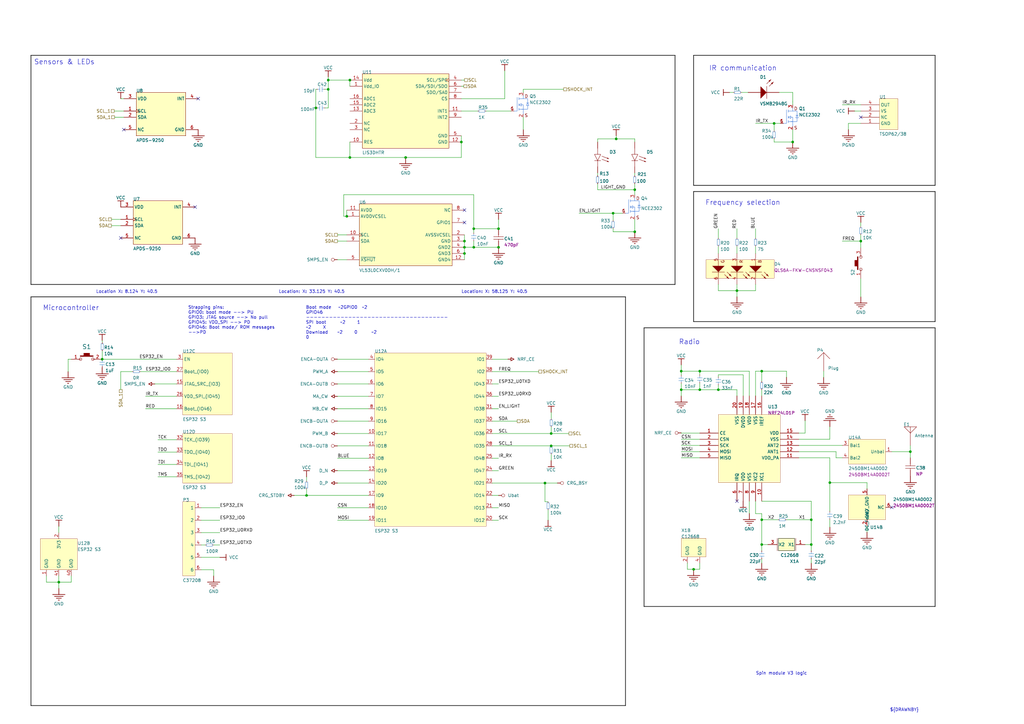
<source format=kicad_sch>
(kicad_sch (version 20250114) (generator "eeschema") (generator_version "9.0")
  (paper "A3")
  (title_block (title "Spin module V3 logic") (rev "1"))
  (text "Frequency selection" (at 289.306 84.4042 0) (effects (font (size 2.032 2.032)) (justify left bottom)))
  (text "Location: X: 33.125 Y: 40.5" (at 114.3 120.4722 0) (effects (font (size 1.27 1.27)) (justify left bottom)))
  (text "${TITLE}" (at 310 277.0022 0) (effects (font (size 1.27 1.27)) (justify left bottom)))
  (text "Radio" (at 278.384 141.5542 0) (effects (font (size 2.032 2.032)) (justify left bottom)))
  (text "IR communication" (at 290.83 29.2862 0) (effects (font (size 2.032 2.032)) (justify left bottom)))
  (text "${DRAWNBY}" (at 365 292.0022 0) (effects (font (size 1.27 1.27)) (justify left bottom)))
  (text "Location X: 8.124 Y: 40.5" (at 39.37 120.4722 0) (effects (font (size 1.27 1.27)) (justify left bottom)))
  (text "Location: X: 58.125 Y: 40.5" (at 189.23 120.4722 0) (effects (font (size 1.27 1.27)) (justify left bottom)))
  (text "Microcontroller" (at 17.526 127.5842 0) (effects (font (size 2.032 2.032)) (justify left bottom)))
  (text "Sensors & LEDs" (at 13.97 26.7462 0) (effects (font (size 2.032 2.032)) (justify left bottom)))
  (text_box "Strapping pins: \nGPIO0: boot mode --> PU\nGPIO3: JTAG source --> No pull\nGPIO45: VDD_SPI --> PD\nGPIO46: Boot mode/ ROM messages -->PD" (at 120.65 124.2822 0) (size -44.45 13.97) (margins 0.9525 0.9525 0.9525 0.9525) (stroke (width -0.0001) (color 0 0 0 1)) (fill (type color) (color 255 255 255 1)) (effects (font (size 1.27 1.27)) (justify left top)))
  (text_box "Boot mode   ~2GPIO0  ~2 GPIO46\n-------------------------------------\nSPI boot      ~2     1      ~2     X\nDownload    ~2     0      ~2     0" (at 156.21 124.2822 0) (size -31.75 11.43) (margins 0.9525 0.9525 0.9525 0.9525) (stroke (width -0.0001) (color 0 0 0 1)) (fill (type color) (color 255 255 255 1)) (effects (font (size 1.27 1.27)) (justify left top)))
  (junction (at 226.06 177.8))
  (junction (at 312.42 213.1822))
  (junction (at 312.42 223.3422))
  (junction (at 332.74 223.3422))
  (junction (at 325.12 58.2422))
  (junction (at 373.38 185.2422))
  (junction (at 24.13 238.76))
  (junction (at 252.73 56.9722))
  (junction (at 204.47 93.8022))
  (junction (at 189.23 58.2422))
  (junction (at 129.54 44.2722))
  (junction (at 260.35 95.0722))
  (junction (at 260.35 77.8002))
  (junction (at 143.51 32.8422))
  (junction (at 223.52 198.12))
  (junction (at 294.64 159.8422))
  (junction (at 279.4 152.2222))
  (junction (at 226.06 182.88))
  (junction (at 340.36 197.9422))
  (junction (at 317.5 50.6222))
  (junction (at 166.37 64.5922))
  (junction (at 194.31 101.4222))
  (junction (at 134.62 32.8422))
  (junction (at 194.31 93.8022))
  (junction (at 302.26 119.2022))
  (junction (at 287.02 152.2222))
  (junction (at 190.5 101.4222))
  (junction (at 287.02 159.8422))
  (junction (at 279.4 159.8422))
  (junction (at 143.51 64.5922))
  (junction (at 125.73 203.2))
  (junction (at 204.47 101.4222))
  (junction (at 134.62 36.6522))
  (junction (at 190.5 103.9622))
  (junction (at 41.91 147.32))
  (junction (at 190.5 98.8822))
  (junction (at 332.74 213.1822))
  (junction (at 353.06 98.8822))
  (junction (at 251.46 87.4522))
  (junction (at 284.48 233.5022))
  (junction (at 142.24 88.7222))
  (junction (at 312.42 152.2222))
  (no_connect (at 302.26 205.5622))
  (no_connect (at 365.76 208.1022))
  (no_connect (at 80.01 84.9122))
  (no_connect (at 190.5 91.2622))
  (no_connect (at 353.06 48.0822))
  (no_connect (at 81.28 40.4622))
  (no_connect (at 190.5 86.1822))
  (no_connect (at 50.8 53.1622))
  (no_connect (at 49.53 97.6122))
  (wire (pts (xy 189.23 64.5922) (xy 166.37 64.5922)))
  (wire (pts (xy 72.39 152.4) (xy 57.658 152.4)))
  (wire (pts (xy 189.23 40.4622) (xy 207.01 40.4622)))
  (wire (pts (xy 325.162 37.9222) (xy 319.532 37.9222)))
  (wire (pts (xy 226.06 186.33) (xy 226.06 188.87)))
  (wire (pts (xy 322.58 213.1822) (xy 332.74 213.1822)))
  (wire (pts (xy 129.54 36.6522) (xy 129.54 44.2722)))
  (wire (pts (xy 129.9 36.6522) (xy 129.54 36.6522)))
  (wire (pts (xy 24.13 238.76) (xy 29.21 238.76)))
  (wire (pts (xy 151.13 147.32) (xy 138.43 147.32)))
  (wire (pts (xy 327.66 180.1622) (xy 340.36 180.1622)))
  (wire (pts (xy 204.47 203.2) (xy 201.93 203.2)))
  (wire (pts (xy 327.66 177.6222) (xy 330.2 177.6222)))
  (wire (pts (xy 64.77 190.5) (xy 72.39 190.5)))
  (polyline (pts (xy 12.7 22.6822) (xy 276.86 22.6822)) (stroke (width 0.254) (type solid) (color 0 0 0 1)))
  (wire (pts (xy 138.43 177.8) (xy 151.13 177.8)))
  (wire (pts (xy 138.43 193.04) (xy 151.13 193.04)))
  (wire (pts (xy 189.23 32.8422) (xy 190.5 32.8422)))
  (wire (pts (xy 312.42 223.3422) (xy 314.96 223.3422)))
  (wire (pts (xy 322.58 154.7622) (xy 322.58 152.2222)))
  (wire (pts (xy 307.34 152.2222) (xy 307.34 162.3822)))
  (polyline (pts (xy 12.7 121.7422) (xy 256.54 121.7422)) (stroke (width 0.254) (type solid) (color 0 0 0 1)))
  (wire (pts (xy 140.97 79.8322) (xy 194.31 79.8322)))
  (wire (pts (xy 353.06 98.8822) (xy 353.06 101.6)))
  (wire (pts (xy 340.36 180.1622) (xy 340.36 175.0062)))
  (wire (pts (xy 64.77 180.34) (xy 72.39 180.34)))
  (wire (pts (xy 49.53 92.5322) (xy 45.72 92.5322)))
  (wire (pts (xy 138.43 208.28) (xy 151.13 208.28)))
  (wire (pts (xy 138.43 172.72) (xy 151.13 172.72)))
  (wire (pts (xy 134.62 32.8422) (xy 143.51 32.8422)))
  (wire (pts (xy 190.5 101.4222) (xy 190.5 103.9622)))
  (wire (pts (xy 201.93 182.88) (xy 226.06 182.88)))
  (wire (pts (xy 201.93 172.72) (xy 212.09 172.72)))
  (wire (pts (xy 134.62 31.5722) (xy 134.62 32.8422)))
  (polyline (pts (xy 264.16 248.7422) (xy 264.16 134.4422)) (stroke (width 0.254) (type solid) (color 0 0 0 1)))
  (wire (pts (xy 332.74 229.3322) (xy 332.74 230.9622)))
  (wire (pts (xy 309.88 152.2222) (xy 312.42 152.2222)))
  (wire (pts (xy 142.24 88.7222) (xy 140.97 88.7222)))
  (wire (pts (xy 201.93 177.8) (xy 226.06 177.8)))
  (wire (pts (xy 312.42 205.5622) (xy 332.74 205.5622)))
  (wire (pts (xy 325.162 41.7502) (xy 325.162 37.9222)))
  (wire (pts (xy 279.4 152.2222) (xy 287.02 152.2222)))
  (wire (pts (xy 138.43 198.12) (xy 151.13 198.12)))
  (wire (pts (xy 260.35 56.9722) (xy 252.73 56.9722)))
  (wire (pts (xy 194.31 98.8822) (xy 194.31 101.4222)))
  (wire (pts (xy 87.63 233.68) (xy 82.55 233.68)))
  (wire (pts (xy 302.26 116.6622) (xy 302.26 119.2022)))
  (wire (pts (xy 325.12 43.0022) (xy 325.12 41.7502)))
  (wire (pts (xy 41.91 147.32) (xy 41.91 143.912)))
  (wire (pts (xy 312.42 229.3322) (xy 312.42 230.9622)))
  (wire (pts (xy 201.93 152.4) (xy 220.98 152.4)))
  (polyline (pts (xy 276.86 22.6822) (xy 276.86 116.6622)) (stroke (width 0.254) (type solid) (color 0 0 0 1)))
  (wire (pts (xy 214.63 37.9222) (xy 214.63 36.6522)))
  (wire (pts (xy 281.94 230.9622) (xy 281.94 233.5022)))
  (wire (pts (xy 287.02 152.2222) (xy 307.34 152.2222)))
  (polyline (pts (xy 264.16 134.4422) (xy 383.54 134.4422)) (stroke (width 0.254) (type solid) (color 0 0 0 1)))
  (wire (pts (xy 49.53 40.4622) (xy 50.8 40.4622)))
  (wire (pts (xy 138.43 157.48) (xy 151.13 157.48)))
  (wire (pts (xy 49.53 89.9922) (xy 45.72 89.9922)))
  (polyline (pts (xy 12.7 289.3822) (xy 12.7 121.7422)) (stroke (width 0.254) (type solid) (color 0 0 0 1)))
  (wire (pts (xy 189.23 58.2422) (xy 189.23 64.5922)))
  (wire (pts (xy 138.43 182.88) (xy 151.13 182.88)))
  (wire (pts (xy 353.06 114.3) (xy 353.06 121.7422)))
  (wire (pts (xy 342.9 185.2422) (xy 342.9 187.7822)))
  (wire (pts (xy 353.06 43.0022) (xy 345.44 43.0022)))
  (polyline (pts (xy 284.48 131.9022) (xy 284.48 78.5622)) (stroke (width 0.254) (type solid) (color 0 0 0 1)))
  (wire (pts (xy 302.26 97.6122) (xy 302.26 93.8022)))
  (wire (pts (xy 204.47 193.04) (xy 201.93 193.04)))
  (wire (pts (xy 312.42 213.1822) (xy 312.42 223.3422)))
  (wire (pts (xy 194.31 93.8022) (xy 204.47 93.8022)))
  (wire (pts (xy 279.4 177.6222) (xy 279.4 177.5462)))
  (wire (pts (xy 294.64 119.2022) (xy 302.26 119.2022)))
  (wire (pts (xy 309.88 119.2022) (xy 309.88 116.6622)))
  (wire (pts (xy 365.76 185.2422) (xy 373.38 185.2422)))
  (wire (pts (xy 309.88 205.5622) (xy 309.88 210.6422)))
  (wire (pts (xy 312.42 225.8822) (xy 312.42 223.3422)))
  (wire (pts (xy 90.17 223.52) (xy 87.63 223.52)))
  (wire (pts (xy 194.31 93.8022) (xy 194.31 95.4322)))
  (wire (pts (xy 214.63 48.0822) (xy 214.63 53.1622)))
  (wire (pts (xy 327.66 187.7822) (xy 340.36 187.7822)))
  (wire (pts (xy 90.17 228.6) (xy 82.55 228.6)))
  (wire (pts (xy 294.64 103.9622) (xy 294.64 101.0622)))
  (wire (pts (xy 332.74 205.5622) (xy 332.74 213.1822)))
  (wire (pts (xy 142.24 86.1822) (xy 142.24 88.7222)))
  (wire (pts (xy 312.42 159.8422) (xy 312.42 162.3822)))
  (polyline (pts (xy 383.54 248.7422) (xy 264.16 248.7422)) (stroke (width 0.254) (type solid) (color 0 0 0 1)))
  (wire (pts (xy 140.97 88.7222) (xy 140.97 79.8322)))
  (wire (pts (xy 287.02 233.5022) (xy 287.02 230.9622)))
  (wire (pts (xy 317.5 58.2422) (xy 325.12 58.2422)))
  (polyline (pts (xy 383.54 76.0222) (xy 284.48 76.0222)) (stroke (width 0.254) (type solid) (color 0 0 0 1)))
  (wire (pts (xy 340.36 213.0762) (xy 340.36 216.2302)))
  (wire (pts (xy 50.8 45.5422) (xy 46.86 45.5422)))
  (wire (pts (xy 90.17 213.36) (xy 82.55 213.36)))
  (wire (pts (xy 195.94 45.5422) (xy 189.23 45.5422)))
  (wire (pts (xy 194.31 101.4222) (xy 204.47 101.4222)))
  (wire (pts (xy 129.54 64.5922) (xy 129.54 44.2722)))
  (wire (pts (xy 325.12 58.2422) (xy 325.12 53.1622)))
  (wire (pts (xy 330.2 223.3422) (xy 332.74 223.3422)))
  (wire (pts (xy 49.53 152.4) (xy 54.208 152.4)))
  (wire (pts (xy 294.64 153.7462) (xy 304.8 153.7462)))
  (wire (pts (xy 332.74 213.1822) (xy 332.74 223.3422)))
  (wire (pts (xy 199.39 45.5422) (xy 209.55 45.5422)))
  (wire (pts (xy 87.63 236.22) (xy 87.63 233.68)))
  (wire (pts (xy 251.46 87.4522) (xy 255.27 87.4522)))
  (wire (pts (xy 223.52 205.74) (xy 224.79 205.74)))
  (wire (pts (xy 347.98 53.1622) (xy 347.98 50.6222)))
  (wire (pts (xy 129.54 44.2722) (xy 129.9 44.2722)))
  (wire (pts (xy 260.35 71.9582) (xy 260.35 70.9422)))
  (wire (pts (xy 228.6 198.12) (xy 223.52 198.12)))
  (polyline (pts (xy 284.48 78.5622) (xy 383.54 78.5622)) (stroke (width 0.254) (type solid) (color 0 0 0 1)))
  (wire (pts (xy 204.47 213.36) (xy 201.93 213.36)))
  (wire (pts (xy 299.212 37.9222) (xy 300.736 37.9222)))
  (wire (pts (xy 84.18 223.52) (xy 82.55 223.52)))
  (wire (pts (xy 134.62 44.2722) (xy 133.35 44.2722)))
  (wire (pts (xy 201.93 147.32) (xy 208.28 147.32)))
  (wire (pts (xy 204.47 162.56) (xy 201.93 162.56)))
  (wire (pts (xy 347.98 50.6222) (xy 353.06 50.6222)))
  (wire (pts (xy 322.58 152.2222) (xy 312.42 152.2222)))
  (wire (pts (xy 190.5 103.9622) (xy 190.5 106.5022)))
  (wire (pts (xy 307.34 205.5622) (xy 307.34 210.5662)))
  (wire (pts (xy 223.52 198.12) (xy 201.93 198.12)))
  (wire (pts (xy 24.13 238.76) (xy 24.13 236.22)))
  (wire (pts (xy 302.26 119.2022) (xy 302.26 121.7422)))
  (wire (pts (xy 312.42 152.2222) (xy 312.42 156.3922)))
  (wire (pts (xy 245.11 70.9422) (xy 245.11 71.9582)))
  (wire (pts (xy 332.74 223.3422) (xy 332.74 225.8822)))
  (wire (pts (xy 143.51 64.5922) (xy 129.54 64.5922)))
  (wire (pts (xy 340.36 197.9422) (xy 355.6 197.9422)))
  (wire (pts (xy 340.36 197.9422) (xy 340.36 209.6262)))
  (wire (pts (xy 204.47 167.64) (xy 201.93 167.64)))
  (wire (pts (xy 327.66 185.2422) (xy 342.9 185.2422)))
  (wire (pts (xy 317.5 50.6222) (xy 317.5 53.5222)))
  (wire (pts (xy 317.5 56.9722) (xy 317.5 58.2422)))
  (wire (pts (xy 355.6 197.9422) (xy 355.6 200.4822)))
  (wire (pts (xy 294.64 93.8022) (xy 294.64 97.6122)))
  (wire (pts (xy 337.82 154.7622) (xy 337.82 152.2222)))
  (wire (pts (xy 245.11 75.4082) (xy 245.11 77.8002)))
  (wire (pts (xy 41.91 139.7) (xy 41.91 140.462)))
  (wire (pts (xy 59.69 162.56) (xy 72.39 162.56)))
  (wire (pts (xy 143.51 58.2422) (xy 143.51 64.5922)))
  (wire (pts (xy 325.12 41.7502) (xy 325.162 41.7502)))
  (wire (pts (xy 302.26 119.2022) (xy 309.88 119.2022)))
  (wire (pts (xy 287.02 187.7822) (xy 279.4 187.7822)))
  (wire (pts (xy 279.4 162.3822) (xy 279.4 159.8422)))
  (wire (pts (xy 279.4 152.2222) (xy 279.4 153.8522)))
  (wire (pts (xy 204.47 157.48) (xy 201.93 157.48)))
  (wire (pts (xy 302.26 159.8422) (xy 294.64 159.8422)))
  (wire (pts (xy 29.21 238.76) (xy 29.21 236.22)))
  (wire (pts (xy 138.43 167.64) (xy 151.13 167.64)))
  (wire (pts (xy 226.06 171.704) (xy 226.06 169.164)))
  (wire (pts (xy 125.73 203.2) (xy 151.13 203.2)))
  (wire (pts (xy 302.26 162.3822) (xy 302.26 159.8422)))
  (wire (pts (xy 312.42 210.6422) (xy 312.42 213.1822)))
  (wire (pts (xy 207.01 40.4622) (xy 207.01 29.0322)))
  (wire (pts (xy 166.37 64.5922) (xy 143.51 64.5922)))
  (wire (pts (xy 190.5 101.4222) (xy 194.31 101.4222)))
  (wire (pts (xy 281.94 233.5022) (xy 284.48 233.5022)))
  (wire (pts (xy 245.11 56.9722) (xy 245.11 58.2422)))
  (wire (pts (xy 90.17 218.44) (xy 82.55 218.44)))
  (wire (pts (xy 294.64 159.8422) (xy 287.02 159.8422)))
  (wire (pts (xy 330.2 177.6222) (xy 330.2 172.5422)))
  (wire (pts (xy 373.38 185.2422) (xy 373.38 182.7022)))
  (wire (pts (xy 24.13 215.9) (xy 24.13 218.44)))
  (wire (pts (xy 204.47 208.28) (xy 201.93 208.28)))
  (polyline (pts (xy 276.86 116.6622) (xy 12.7 116.6622)) (stroke (width 0.254) (type solid) (color 0 0 0 1)))
  (wire (pts (xy 27.94 147.32) (xy 27.94 152.4)))
  (wire (pts (xy 252.73 55.7022) (xy 252.73 56.9722)))
  (wire (pts (xy 294.64 154.5082) (xy 294.64 153.7462)))
  (wire (pts (xy 355.6 218.2622) (xy 355.6 215.7222)))
  (wire (pts (xy 251.46 90.3522) (xy 251.46 87.4522)))
  (wire (pts (xy 72.39 147.32) (xy 41.91 147.32)))
  (wire (pts (xy 353.06 98.8822) (xy 345.44 98.8822)))
  (polyline (pts (xy 383.54 22.6822) (xy 383.54 76.0222)) (stroke (width 0.254) (type solid) (color 0 0 0 1)))
  (wire (pts (xy 90.17 208.28) (xy 82.55 208.28)))
  (wire (pts (xy 190.5 98.8822) (xy 190.5 101.4222)))
  (wire (pts (xy 19.05 238.76) (xy 19.05 236.22)))
  (polyline (pts (xy 256.54 121.7422) (xy 256.54 289.3822)) (stroke (width 0.254) (type solid) (color 0 0 0 1)))
  (wire (pts (xy 190.5 96.3422) (xy 190.5 98.8822)))
  (wire (pts (xy 294.64 159.8422) (xy 294.64 157.9582)))
  (wire (pts (xy 233.333 177.8) (xy 226.06 177.8)))
  (wire (pts (xy 29.21 147.32) (xy 27.94 147.32)))
  (wire (pts (xy 134.62 36.6522) (xy 134.62 44.2722)))
  (wire (pts (xy 319.13 213.1822) (xy 312.42 213.1822)))
  (wire (pts (xy 194.31 79.8322) (xy 194.31 93.8022)))
  (wire (pts (xy 251.46 93.8022) (xy 251.46 95.0722)))
  (wire (pts (xy 306.832 37.9222) (xy 304.186 37.9222)))
  (wire (pts (xy 287.02 157.1962) (xy 287.02 159.8422)))
  (wire (pts (xy 138.43 187.96) (xy 151.13 187.96)))
  (wire (pts (xy 64.77 195.58) (xy 72.39 195.58)))
  (wire (pts (xy 134.62 32.8422) (xy 134.62 36.6522)))
  (wire (pts (xy 260.35 95.0722) (xy 260.35 89.9922)))
  (wire (pts (xy 260.35 58.2422) (xy 260.35 56.9722)))
  (wire (pts (xy 279.4 149.6822) (xy 279.4 152.2222)))
  (wire (pts (xy 120.65 203.2) (xy 125.73 203.2)))
  (wire (pts (xy 287.02 177.6222) (xy 279.4 177.6222)))
  (wire (pts (xy 345.44 182.7022) (xy 327.66 182.7022)))
  (wire (pts (xy 142.24 106.5022) (xy 138.43 106.5022)))
  (polyline (pts (xy 284.48 22.6822) (xy 383.54 22.6822)) (stroke (width 0.254) (type solid) (color 0 0 0 1)))
  (wire (pts (xy 24.13 241.3) (xy 24.13 238.76)))
  (wire (pts (xy 340.36 187.7822) (xy 340.36 197.9422)))
  (wire (pts (xy 287.02 182.7022) (xy 279.4 182.7022)))
  (wire (pts (xy 151.13 152.4) (xy 138.43 152.4)))
  (wire (pts (xy 287.02 159.8422) (xy 279.4 159.8422)))
  (wire (pts (xy 252.73 56.9722) (xy 245.11 56.9722)))
  (wire (pts (xy 24.13 238.76) (xy 19.05 238.76)))
  (wire (pts (xy 189.23 55.7022) (xy 189.23 58.2422)))
  (polyline (pts (xy 383.54 131.9022) (xy 284.48 131.9022)) (stroke (width 0.254) (type solid) (color 0 0 0 1)))
  (wire (pts (xy 204.47 93.8022) (xy 204.47 89.9922)))
  (wire (pts (xy 287.02 153.7462) (xy 287.02 152.2222)))
  (wire (pts (xy 287.02 185.2422) (xy 279.4 185.2422)))
  (wire (pts (xy 294.64 116.6622) (xy 294.64 119.2022)))
  (wire (pts (xy 226.06 182.88) (xy 233.68 182.88)))
  (wire (pts (xy 353.06 98.8822) (xy 353.06 96.3422)))
  (wire (pts (xy 309.88 210.6422) (xy 312.42 210.6422)))
  (wire (pts (xy 134.62 36.6522) (xy 133.35 36.6522)))
  (wire (pts (xy 49.53 159.768) (xy 49.53 152.4)))
  (wire (pts (xy 50.8 48.0822) (xy 46.99 48.0822)))
  (polyline (pts (xy 284.48 76.0222) (xy 284.48 22.6822)) (stroke (width 0.254) (type solid) (color 0 0 0 1)))
  (polyline (pts (xy 383.54 78.5622) (xy 383.54 131.9022)) (stroke (width 0.254) (type solid) (color 0 0 0 1)))
  (wire (pts (xy 309.88 162.3822) (xy 309.88 152.2222)))
  (wire (pts (xy 320.04 50.6222) (xy 317.5 50.6222)))
  (wire (pts (xy 260.35 79.8322) (xy 260.35 77.8002)))
  (wire (pts (xy 189.23 35.3822) (xy 190.248 35.3822)))
  (wire (pts (xy 245.11 77.8002) (xy 260.35 77.8002)))
  (polyline (pts (xy 12.7 116.6622) (xy 12.7 22.6822)) (stroke (width 0.254) (type solid) (color 0 0 0 1)))
  (wire (pts (xy 279.4 159.8422) (xy 279.4 157.3022)))
  (wire (pts (xy 125.73 197.21) (xy 125.73 195.58)))
  (wire (pts (xy 353.06 91.2622) (xy 353.06 92.8922)))
  (wire (pts (xy 373.38 187.7822) (xy 373.38 185.2422)))
  (wire (pts (xy 317.5 50.6222) (xy 309.88 50.6222)))
  (wire (pts (xy 223.52 198.12) (xy 223.52 205.74)))
  (wire (pts (xy 59.69 167.64) (xy 72.39 167.64)))
  (wire (pts (xy 237.49 87.4522) (xy 251.46 87.4522)))
  (wire (pts (xy 260.35 77.8002) (xy 260.35 75.4082)))
  (wire (pts (xy 138.43 162.56) (xy 151.13 162.56)))
  (wire (pts (xy 63.5 157.48) (xy 72.39 157.48)))
  (wire (pts (xy 251.46 95.0722) (xy 260.35 95.0722)))
  (wire (pts (xy 284.48 233.5022) (xy 287.02 233.5022)))
  (wire (pts (xy 350.52 45.5422) (xy 353.06 45.5422)))
  (wire (pts (xy 342.9 187.7822) (xy 345.44 187.7822)))
  (wire (pts (xy 142.24 96.3422) (xy 138.43 96.3422)))
  (wire (pts (xy 143.51 32.8422) (xy 143.51 35.3822)))
  (wire (pts (xy 302.26 103.9622) (xy 302.26 101.0622)))
  (wire (pts (xy 304.8 153.7462) (xy 304.8 162.3822)))
  (wire (pts (xy 138.43 213.36) (xy 151.13 213.36)))
  (wire (pts (xy 226.06 175.154) (xy 226.06 177.8)))
  (wire (pts (xy 309.88 103.9622) (xy 309.88 101.0622)))
  (polyline (pts (xy 383.54 134.4422) (xy 383.54 248.7422)) (stroke (width 0.254) (type solid) (color 0 0 0 1)))
  (wire (pts (xy 214.63 36.6522) (xy 231.155 36.6522)))
  (wire (pts (xy 204.47 187.96) (xy 201.93 187.96)))
  (polyline (pts (xy 256.54 289.3822) (xy 12.7 289.3822)) (stroke (width 0.254) (type solid) (color 0 0 0 1)))
  (wire (pts (xy 125.73 200.66) (xy 125.73 203.2)))
  (wire (pts (xy 309.88 97.6122) (xy 309.88 93.8022)))
  (wire (pts (xy 287.02 180.1622) (xy 279.4 180.1622)))
  (wire (pts (xy 142.24 98.8822) (xy 138.43 98.8822)))
  (wire (pts (xy 64.77 185.42) (xy 72.39 185.42)))
  (wire (pts (xy 224.79 213.36) (xy 224.79 209.19)))
  (label "MOSI" (at 279.4 185.2422 0))
  (label "GREEN" (at 204.47 193.04 0))
  (label "LIGHT_GND" (at 246.38 77.8002 0))
  (label "ESP32_IO0" (at 59.69 152.4 0))
  (label "IR_RX" (at 204.47 187.96 0))
  (label "IR_TX" (at 59.69 162.56 0))
  (label "CSN" (at 138.43 208.28 0))
  (label "ESP32_U0RXD" (at 90.17 218.44 0))
  (label "MISO" (at 204.47 208.28 0))
  (label "EN_LIGHT" (at 237.49 87.4522 0))
  (label "ESP32_EN" (at 90.17 208.28 0))
  (label "SCL" (at 204.47 177.8 0))
  (label "FREQ" (at 345.44 98.8822 0))
  (label "ESP32_IO0" (at 90.17 213.36 0))
  (label "SCK" (at 204.47 213.36 0))
  (label "TCK" (at 64.77 180.34 0))
  (label "X2" (at 314.96 213.1822 0))
  (label "MOSI" (at 138.43 213.36 0))
  (label "IR_TX" (at 309.88 50.6222 0))
  (label "TMS" (at 64.77 195.58 0))
  (label "RED" (at 302.26 93.8022 90))
  (label "MISO" (at 279.4 187.7822 0))
  (label "SDA" (at 204.47 172.72 0))
  (label "GREEN" (at 294.64 93.8022 90))
  (label "FREQ" (at 204.47 152.4 0))
  (label "EN_LIGHT" (at 204.47 167.64 0))
  (label "RED" (at 59.69 167.64 0))
  (label "ESP32_U0TXD" (at 90.17 223.52 0))
  (label "BLUE" (at 138.43 187.96 0))
  (label "X1" (at 327.66 213.1822 0))
  (label "ESP32_U0RXD" (at 204.47 162.56 0))
  (label "ESP32_EN" (at 57.15 147.32 0))
  (label "ESP32_U0TXD" (at 204.47 157.48 0))
  (label "BLUE" (at 309.88 93.8022 90))
  (label "TDI" (at 64.77 190.5 0))
  (label "SCL_1" (at 204.47 182.88 0))
  (label "CSN" (at 279.4 180.1622 0))
  (label "SCK" (at 279.4 182.7022 0))
  (label "TDO" (at 64.77 185.42 0))
  (label "IR_RX" (at 345.44 43.0022 0))
  (hierarchical_label "SDA" (shape passive) (at 138.43 98.8822 180))
  (hierarchical_label "SDA_1" (shape passive) (at 49.53 159.768 270))
  (hierarchical_label "SDA_1" (shape passive) (at 46.99 48.0822 180))
  (hierarchical_label "SCL" (shape passive) (at 233.333 177.8 0))
  (hierarchical_label "SCL_1" (shape passive) (at 46.86 45.5422 180))
  (hierarchical_label "SDA" (shape passive) (at 212.09 172.72 0))
  (hierarchical_label "SDA" (shape passive) (at 45.72 92.5322 180))
  (hierarchical_label "SHOCK_INT" (shape passive) (at 231.155 36.6522 0))
  (hierarchical_label "SDA" (shape passive) (at 190.248 35.3822 0))
  (hierarchical_label "SHOCK_INT" (shape passive) (at 220.98 152.4 0))
  (hierarchical_label "SCL" (shape passive) (at 138.43 96.3422 180))
  (hierarchical_label "SCL" (shape passive) (at 45.72 89.9922 180))
  (hierarchical_label "SCL_1" (shape passive) (at 233.68 182.88 0))
  (hierarchical_label "SCL" (shape passive) (at 190.5 32.8422 0))
  (symbol (lib_id "Spinmodule-altium-import:ENCB-OUTB_CIRCLE") (at 138.43 182.88 270) (unit 1)
    (property "Reference" "#PWR0161" (effects (hide yes)))
    (property "Value" "ENCB-OUTB" (at 134.62 182.88 90) (effects (justify right)))
  )
  (symbol (lib_id "FableSchematicLibrary:root_0_NCE2302_FableSchematicLibrary.SchLib") (at 325.12 50.6222 0) (unit 1)
    (property "Reference" "Q1" (at 327.66 45.2882 0) (effects (justify left bottom)))
    (property "Value" "NCE2302" (at 327.66 47.8282 0) (effects (justify left bottom)))
    (property "Footprint" "FableFootPrintLibrary:SOT-23" (effects (hide yes)))
    (property "Description" "MOSFET N-Channel 20V 4A, SOT-23, Vgth=1.2V @ 250uA Rds,on =59mΩ @ 2.5A,2.5V , Pd=1W" (effects (hide yes)))
    (property "SUPPLIER 1" "LCSC" (effects (hide yes)))
    (property "SUPPLIER PART NUMBER 1" "C132123" (effects (hide yes)))
    (property "COMPONENTLINK1DESCRIPTION" "Supplier Link 1" (effects (hide yes)))
    (property "COMPONENTLINK1URL" "https://www.lcsc.com/product-detail/MOSFETs_Wuxi-span-style-background-color-ff0-NCE-span-Power-Semiconductor-NCE2302_C132123.html" (effects (hide yes)))
  )
  (symbol (lib_id "Hub 2.0:root_1_0402B222K500NT_Hub 2.0.SchLib") (at 340.36 211.3262 0) (unit 1)
    (property "Reference" "C39" (at 341.63 212.4622 0) (effects (justify left bottom)))
    (property "Value" "2.2nF" (at 341.63 215.0022 0) (effects (justify left bottom)))
    (property "Footprint" "FableFootPrintLibrary:0402C" (effects (hide yes)))
    (property "Description" "MLCC 2.2nF ±10% 50V X7R 0402" (effects (hide yes)))
    (property "COMPONENTLINK1DESCRIPTION" "LCSC Link" (effects (hide yes)))
    (property "COMPONENTLINK1URL" "https://lcsc.com/product-detail/Multilayer-Ceramic-Capacitors-MLCC-SMD-SMT_CCTC-TCC0402X7R102M500AT_C696907.html" (effects (hide yes)))
    (property "SUPPLIER 1" "LCSC" (effects (hide yes)))
    (property "SUPPLIER PART NUMBER 1" "C1531" (effects (hide yes)))
    (property "MANUFACTURER 1" "FH(Guangdong Fenghua Advanced Tech)" (effects (hide yes)))
    (property "MANUFACTURER PART NUMBER 1" "0402B222K500NT" (effects (hide yes)))
  )
  (symbol (lib_id "Spinmodule-altium-import:Ubat_CIRCLE") (at 204.47 203.2 90) (unit 1)
    (property "Reference" "#PWR0151" (effects (hide yes)))
    (property "Value" "Ubat" (at 208.28 203.2 90) (effects (justify right)))
  )
  (symbol (lib_id "Hub 2.0:root_3_RC-02W103JT_Hub 2.0.SchLib") (at 226.06 173.454 0) (unit 1)
    (property "Reference" "R28" (at 226.822 174.49 0) (effects (justify left bottom)))
    (property "Value" "10K" (at 226.822 177.03 0) (effects (justify left bottom)))
    (property "Footprint" "FableFootPrintLibrary:0402R" (effects (hide yes)))
    (property "Description" "Resistor 10kΩ ±5% 1/16W ±200ppm/℃ 0402" (effects (hide yes)))
    (property "COMPONENTLINK1DESCRIPTION" "LCSC Link" (effects (hide yes)))
    (property "COMPONENTLINK1URL" "https://lcsc.com/product-detail/Chip-Resistor-Surface-Mount_FH-Guangdong-Fenghua-Advanced-Tech-RC-02W103JT_C140214.html" (effects (hide yes)))
    (property "SUPPLIER 1" "LCSC" (effects (hide yes)))
    (property "SUPPLIER PART NUMBER 1" "C140214" (effects (hide yes)))
    (property "MANUFACTURER 1" "FH(Guangdong Fenghua Advanced Tech)" (effects (hide yes)))
    (property "MANUFACTURER PART NUMBER 1" "RC-02W103JT" (effects (hide yes)))
  )
  (symbol (lib_id "Spinmodule-altium-import:GND_POWER_GROUND") (at 337.82 154.7622 0) (unit 1)
    (property "Reference" "#PWR0139" (effects (hide yes)))
    (property "Value" "GND" (at 337.82 161.1122 0))
  )
  (symbol (lib_id "Spinmodule-altium-import:CRG_STDBY_ARROW") (at 120.65 203.2 270) (unit 1)
    (property "Reference" "#PWR0158" (effects (hide yes)))
    (property "Value" "CRG_STDBY" (at 116.84 203.2 90) (effects (justify right)))
  )
  (symbol (lib_id "FableSchematicLibrary:root_0_2450BM14A0002T_FableSchematicLibrary.SchLib") (at 355.6 185.2422 0) (unit 1)
    (property "Reference" "U14" (at 347.98 180.1622 0) (effects (justify left bottom)))
    (property "Value" "2450BM14A0002" (at 347.98 192.8622 0) (effects (justify left bottom)))
    (property "Footprint" "FableFootPrintLibrary:2450BM14A0002" (effects (hide yes)))
    (property "Description" "balun NRF24L01" (effects (hide yes)))
    (property "NAME" "2450BM14A0002T" (at 347.98 195.4022 0) (effects (justify left bottom)))
  )
  (symbol (lib_id "Hub 2.0:root_1_RTT021003FTH_Hub 2.0.SchLib") (at 251.46 92.0522 0) (unit 1)
    (property "Reference" "R33" (at 246.38 91.2622 0) (effects (justify left bottom)))
    (property "Value" "100k" (at 246.38 93.8022 0) (effects (justify left bottom)))
    (property "Footprint" "FableFootPrintLibrary:0402R" (effects (hide yes)))
    (property "Description" "Resistor 100kΩ ±1% 1/16W Thick Film Resistors 50V ±100ppm/℃ -55℃~+155℃  0402" (effects (hide yes)))
    (property "MANUFACTURER 1" "RALEC" (effects (hide yes)))
    (property "MANUFACTURER PART NUMBER 1" "RTT021003FTH" (effects (hide yes)))
    (property "SUPPLIER 1" "LCSC" (effects (hide yes)))
    (property "SUPPLIER PART NUMBER 1" "C102750" (effects (hide yes)))
    (property "COMPONENTLINK1DESCRIPTION" "Supplier Link 1" (effects (hide yes)))
    (property "COMPONENTLINK1URL" "*" (effects (hide yes)))
  )
  (symbol (lib_id "Hub 2.0:root_0_RC-02W102JT_Hub 2.0.SchLib") (at 197.69 45.5422 0) (unit 1)
    (property "Reference" "R35" (at 196.186 44.7802 0) (effects (justify left bottom)))
    (property "Value" "1K" (at 196.186 48.8442 0) (effects (justify left bottom)))
    (property "Footprint" "FableFootPrintLibrary:0402R" (effects (hide yes)))
    (property "Description" "Resistor 1kΩ ±5% 1/16W ±200ppm/℃ 0402" (effects (hide yes)))
    (property "COMPONENTLINK1DESCRIPTION" "LCSC Link" (effects (hide yes)))
    (property "COMPONENTLINK1URL" "https://lcsc.com/product-detail/Chip-Resistor-Surface-Mount_Resistor-Today-AECR0402F3K30K9_C352426.html" (effects (hide yes)))
    (property "SUPPLIER 1" "LCSC" (effects (hide yes)))
    (property "SUPPLIER PART NUMBER 1" "C258117" (effects (hide yes)))
    (property "MANUFACTURER 1" "FH(Guangdong Fenghua Advanced Tech)" (effects (hide yes)))
    (property "MANUFACTURER PART NUMBER 1" "RC-02W102JT" (effects (hide yes)))
  )
  (symbol (lib_id "Miscellaneous Devices:root_0_Antenna_Miscellaneous Devices.IntLib") (at 370.84 175.0822 0) (unit 1)
    (property "Reference" "E1" (at 370.586 174.8282 0) (effects (justify left bottom)))
    (property "Value" "Antenna" (at 375.158 179.4002 0) (effects (justify left bottom)))
    (property "Footprint" "FableFootPrintLibrary:Antenna Pad" (effects (hide yes)))
    (property "Description" "Generic Antenna" (effects (hide yes)))
    (property "SUPPLIER 1" "NP" (effects (hide yes)))
    (property "SUPPLIER PART NUMBER 1" "NP" (effects (hide yes)))
    (property "MANUFACTURER 1" "NP" (effects (hide yes)))
    (property "MANUFACTURER PART NUMBER 1" "NP" (effects (hide yes)))
    (property "PUBLISHER" "Altium Limited" (effects (hide yes)))
  )
  (symbol (lib_id "Spinmodule-altium-import:D_N_ARROW") (at 138.43 193.04 270) (unit 1)
    (property "Reference" "#PWR0162" (effects (hide yes)))
    (property "Value" "D_N" (at 134.62 193.04 90) (effects (justify right)))
  )
  (symbol (lib_id "Hub 2.0:root_3_0402WGJ0750TCE_Hub 2.0.SchLib") (at 309.88 99.3622 0) (unit 1)
    (property "Reference" "R23" (at 310.642 100.3982 0) (effects (justify left bottom)))
    (property "Value" "75" (at 310.642 102.9382 0) (effects (justify left bottom)))
    (property "Footprint" "FableFootPrintLibrary:0402R" (effects (hide yes)))
    (property "Description" "Resistor 75Ω ±5% 1/16W ±200ppm/℃ 0402" (effects (hide yes)))
    (property "COMPONENTLINK1DESCRIPTION" "LCSC Link" (effects (hide yes)))
    (property "COMPONENTLINK1URL" "https://lcsc.com/product-detail/Chip-Resistor-Surface-Mount_Resistor-Today-AECR0402F3K30K9_C352426.html" (effects (hide yes)))
    (property "SUPPLIER 1" "LCSC" (effects (hide yes)))
    (property "SUPPLIER PART NUMBER 1" "C25180" (effects (hide yes)))
    (property "MANUFACTURER 1" "UNI-ROYAL(Uniroyal Elec)" (effects (hide yes)))
    (property "MANUFACTURER PART NUMBER 1" "0402WGJ0750TCE" (effects (hide yes)))
  )
  (symbol (lib_id "Spinmodule-altium-import:VCC_BAR") (at 134.62 31.5722 180) (unit 1)
    (property "Reference" "#PWR0111" (effects (hide yes)))
    (property "Value" "VCC" (at 134.62 27.7622 0))
  )
  (symbol (lib_id "Hub 2.0:root_1_CL05A105KQ5NNNC_Hub 2.0.SchLib") (at 41.91 149.02 0) (unit 1)
    (property "Reference" "C13" (at 43.18 150.156 0) (effects (justify left bottom)))
    (property "Value" "1uF" (at 43.18 152.696 0) (effects (justify left bottom)))
    (property "Footprint" "FableFootPrintLibrary:0402C" (effects (hide yes)))
    (property "Description" "Capacitor MLCC 1uF ±10% 6.3V X5R 0402" (effects (hide yes)))
    (property "COMPONENTLINK1DESCRIPTION" "Supplier Link 1" (effects (hide yes)))
    (property "SUPPLIER 1" "LCSC" (effects (hide yes)))
    (property "MANUFACTURER 1" "Samsung Electro-Mechanics" (effects (hide yes)))
    (property "MANUFACTURER PART NUMBER 1" "CL05A105KQ5NNNC" (effects (hide yes)))
    (property "SUPPLIER PART NUMBER 1" "C107372" (effects (hide yes)))
  )
  (symbol (lib_id "Spinmodule-altium-import:GND_POWER_GROUND") (at 302.26 121.7422 0) (unit 1)
    (property "Reference" "#PWR0126" (effects (hide yes)))
    (property "Value" "GND" (at 302.26 128.0922 0))
  )
  (symbol (lib_id "Spinmodule-altium-import:GND_POWER_GROUND") (at 204.47 101.4222 0) (unit 1)
    (property "Reference" "#PWR0103" (effects (hide yes)))
    (property "Value" "GND" (at 204.47 107.7722 0))
  )
  (symbol (lib_id "Spinmodule-altium-import:GND_POWER_GROUND") (at 284.48 233.5022 0) (unit 1)
    (property "Reference" "#PWR0127" (effects (hide yes)))
    (property "Value" "GND" (at 284.48 239.8522 0))
  )
  (symbol (lib_id "Spinmodule-altium-import:D_P_ARROW") (at 138.43 198.12 270) (unit 1)
    (property "Reference" "#PWR0157" (effects (hide yes)))
    (property "Value" "D_P" (at 134.62 198.12 90) (effects (justify right)))
  )
  (symbol (lib_id "Spinmodule-altium-import:VCC_BAR") (at 125.73 195.58 180) (unit 1)
    (property "Reference" "#PWR0160" (effects (hide yes)))
    (property "Value" "VCC" (at 125.73 191.77 0))
  )
  (symbol (lib_id "Spinmodule-altium-import:GND_POWER_GROUND") (at 353.06 121.7422 0) (unit 1)
    (property "Reference" "#PWR0131" (effects (hide yes)))
    (property "Value" "GND" (at 353.06 128.0922 0))
  )
  (symbol (lib_id "Spinmodule-altium-import:GND_POWER_GROUND") (at 355.6 218.2622 0) (unit 1)
    (property "Reference" "#PWR0143" (effects (hide yes)))
    (property "Value" "GND" (at 355.6 224.6122 0))
  )
  (symbol (lib_id "Spinmodule-altium-import:GND_POWER_GROUND") (at 166.37 64.5922 0) (unit 1)
    (property "Reference" "#PWR0108" (effects (hide yes)))
    (property "Value" "GND" (at 166.37 70.9422 0))
  )
  (symbol (lib_id "Spinmodule-altium-import:VCC_BAR") (at 279.4 149.6822 180) (unit 1)
    (property "Reference" "#PWR0136" (effects (hide yes)))
    (property "Value" "VCC" (at 279.4 145.8722 0))
  )
  (symbol (lib_id "FableSchematicLibrary:root_0_C37208_FableSchematicLibrary.SchLib") (at 80.01 220.98 0) (unit 1)
    (property "Reference" "P3" (at 74.93 205.74 0) (effects (justify left bottom)))
    (property "Value" "C37208" (at 74.93 238.76 0) (effects (justify left bottom)))
    (property "Footprint" "FableFootPrintLibrary:header 1x6 2.54mm" (effects (hide yes)))
    (property "Description" "Connector Pin Header 6X1 right-angle 2.54mm" (effects (hide yes)))
    (property "SUPPLIER 1" "LCSC" (effects (hide yes)))
    (property "SUPPLIER PART NUMBER 1" "C37208" (effects (hide yes)))
    (property "COMPONENTLINK1DESCRIPTION" "LCSC link" (effects (hide yes)))
    (property "COMPONENTLINK1URL" "https://www.lcsc.com/product-detail/Pin-Headers_BOOMELE-Boom-Precision-Elec-C37208_C37208.html" (effects (hide yes)))
  )
  (symbol (lib_id "Spinmodule-altium-import:VCC_BAR") (at 330.2 172.5422 180) (unit 1)
    (property "Reference" "#PWR0141" (effects (hide yes)))
    (property "Value" "VCC" (at 330.2 168.7322 0))
  )
  (symbol (lib_id "FableSchematicLibrary:root_0_2450BM14A0002T_FableSchematicLibrary.SchLib") (at 355.6 208.1022 0) (unit 2)
    (property "Reference" "U14" (at 356.87 216.9922 0) (effects (justify left bottom)))
    (property "Value" "2450BM14A0002" (at 366.268 205.5622 0) (effects (justify left bottom)))
    (property "Footprint" "FableFootPrintLibrary:2450BM14A0002" (effects (hide yes)))
    (property "Description" "balun NRF24L01" (effects (hide yes)))
    (property "NAME" "2450BM14A0002T" (at 366.268 208.1022 0) (effects (justify left bottom)))
  )
  (symbol (lib_id "Hub 2.0:root_1_TCC0402X7R103M500AT_Hub 2.0.SchLib") (at 194.31 97.1322 0) (unit 1)
    (property "Reference" "C40" (at 195.58 98.2682 0) (effects (justify left bottom)))
    (property "Value" "10nF" (at 195.58 100.8082 0) (effects (justify left bottom)))
    (property "Footprint" "FableFootPrintLibrary:0402C" (effects (hide yes)))
    (property "Description" "MLCC 10nF ±20% 50V X7R 0402" (effects (hide yes)))
    (property "COMPONENTLINK1DESCRIPTION" "LCSC Link" (effects (hide yes)))
    (property "COMPONENTLINK1URL" "https://lcsc.com/product-detail/Multilayer-Ceramic-Capacitors-MLCC-SMD-SMT_CCTC-TCC0402X7R103M500AT_C696856.html" (effects (hide yes)))
    (property "SUPPLIER 1" "LCSC" (effects (hide yes)))
    (property "SUPPLIER PART NUMBER 1" "C696856" (effects (hide yes)))
    (property "MANUFACTURER 1" "CCTC" (effects (hide yes)))
    (property "MANUFACTURER PART NUMBER 1" "TCC0402X7R103M500AT" (effects (hide yes)))
  )
  (symbol (lib_id "Hub 2.0:root_0_RC0402JR-0722RL_Hub 2.0.SchLib") (at 302.486 37.9222 0) (unit 1)
    (property "Reference" "R1" (at 300.982 37.1602 0) (effects (justify left bottom)))
    (property "Value" "22R" (at 300.982 41.2242 0) (effects (justify left bottom)))
    (property "Footprint" "FableFootPrintLibrary:0402C" (effects (hide yes)))
    (property "Description" "Resistor 22Ω ±5% 1/16W ±100ppm/℃ 0402" (effects (hide yes)))
    (property "COMPONENTLINK1DESCRIPTION" "LCSC Link" (effects (hide yes)))
    (property "COMPONENTLINK1URL" "https://lcsc.com/product-detail/Chip-Resistor-Surface-Mount_Walsin-Tech-Corp-WR04X000PTL_C163804.html" (effects (hide yes)))
    (property "SUPPLIER 1" "LCSC" (effects (hide yes)))
    (property "SUPPLIER PART NUMBER 1" "C93929" (effects (hide yes)))
    (property "MANUFACTURER 1" "YAGEO" (effects (hide yes)))
    (property "MANUFACTURER PART NUMBER 1" "RC0402JR-0722RL" (effects (hide yes)))
  )
  (symbol (lib_id "FableSchematicLibrary:root_2_mirrored_IR_RECEIVER_FableSchematicLibrary.SchLib") (at 363.22 45.5422 0) (unit 1)
    (property "Reference" "U1" (at 360.68 40.4622 0) (effects (justify left bottom)))
    (property "Value" "TSOP62/38" (at 360.68 55.7022 0) (effects (justify left bottom)))
    (property "Footprint" "FableFootPrintLibrary:TSOP6438" (effects (hide yes)))
    (property "Description" "IR Receiver TSOP62/38" (effects (hide yes)))
    (property "NAME" "TSOP62" (effects (hide yes)))
    (property "SUPPLIER 1" "Arrow Electronics" (effects (hide yes)))
    (property "SUPPLIER PART NUMBER 1" "TSOP6238TT" (effects (hide yes)))
  )
  (symbol (lib_id "Lukasz Kozyra:root_3_DIODE-LED-2_Lukasz Kozyra") (at 245.11 58.2422 0) (unit 1)
    (property "Reference" "D3" (at 249.936 63.0682 0) (effects (justify left bottom)))
    (property "Value" "HL-AM-2835H421W-S1-08-HR3" (effects (hide yes)))
    (property "Footprint" "FableFootPrintLibrary:HL-AM-2835H421W-S1-08-HR3-Footprint-1" (effects (hide yes)))
    (property "Description" "HL-AM-2835H421W-S1-08-HR3" (effects (hide yes)))
  )
  (symbol (lib_id "Spinmodule-altium-import:PWM_B_ARROW") (at 138.43 177.8 270) (unit 1)
    (property "Reference" "#PWR0163" (effects (hide yes)))
    (property "Value" "PWM_B" (at 134.62 177.8 90) (effects (justify right)))
  )
  (symbol (lib_id "Spinmodule-altium-import:VCC_BAR") (at 226.06 169.164 180) (unit 1)
    (property "Reference" "#PWR0104" (effects (hide yes)))
    (property "Value" "VCC" (at 226.06 165.354 0))
  )
  (symbol (lib_id "Spinmodule-altium-import:NRF_CE_ARROW") (at 208.28 147.32 90) (unit 1)
    (property "Reference" "#PWR0105" (effects (hide yes)))
    (property "Value" "NRF_CE" (at 212.09 147.32 90) (effects (justify right)))
  )
  (symbol (lib_id "Spinmodule-altium-import:GND_POWER_GROUND") (at 332.74 230.9622 0) (unit 1)
    (property "Reference" "#PWR0128" (effects (hide yes)))
    (property "Value" "GND" (at 332.74 237.3122 0))
  )
  (symbol (lib_id "Spinmodule-altium-import:ENCA-OUTA_CIRCLE") (at 138.43 147.32 270) (unit 1)
    (property "Reference" "#PWR0118" (effects (hide yes)))
    (property "Value" "ENCA-OUTA" (at 134.62 147.32 90) (effects (justify right)))
  )
  (symbol (lib_id "Spinmodule-altium-import:NRF_CE_CIRCLE") (at 279.4 177.5462 270) (unit 1)
    (property "Reference" "#PWR0137" (effects (hide yes)))
    (property "Value" "NRF_CE" (at 275.59 177.5462 90) (effects (justify right)))
  )
  (symbol (lib_id "Spinmodule-altium-import:GND_POWER_GROUND") (at 373.38 195.4022 0) (unit 1)
    (property "Reference" "#PWR0142" (effects (hide yes)))
    (property "Value" "GND" (at 373.38 201.7522 0))
  )
  (symbol (lib_id "Spinmodule-altium-import:GND_POWER_GROUND") (at 41.91 150.77 0) (unit 1)
    (property "Reference" "#PWR0124" (effects (hide yes)))
    (property "Value" "GND" (at 41.91 157.12 0))
  )
  (symbol (lib_id "FableSchematicLibrary:root_0_ESP32 S3 WROOM1N4_FableSchematicLibrary.SchLib") (at 82.55 187.96 0) (unit 4)
    (property "Reference" "U12" (at 74.93 177.8 0) (effects (justify left bottom)))
    (property "Value" "ESP32 S3" (at 74.93 200.66 0) (effects (justify left bottom)))
    (property "Footprint" "FableFootPrintLibrary:ESP32 S3 WROOM 1" (effects (hide yes)))
  )
  (symbol (lib_id "Spinmodule-altium-import:VCC_BAR") (at 41.91 139.7 180) (unit 1)
    (property "Reference" "#PWR0122" (effects (hide yes)))
    (property "Value" "VCC" (at 41.91 135.89 0))
  )
  (symbol (lib_id "Spinmodule-altium-import:GND_POWER_GROUND") (at 260.35 95.0722 0) (unit 1)
    (property "Reference" "#PWR0109" (effects (hide yes)))
    (property "Value" "GND" (at 260.35 101.4222 0))
  )
  (symbol (lib_id "Spinmodule-altium-import:GND_POWER_GROUND") (at 279.4 162.3822 0) (unit 1)
    (property "Reference" "#PWR0138" (effects (hide yes)))
    (property "Value" "GND" (at 279.4 168.7322 0))
  )
  (symbol (lib_id "Spinmodule-altium-import:VCC_BAR") (at 350.52 45.5422 270) (unit 1)
    (property "Reference" "#PWR0133" (effects (hide yes)))
    (property "Value" "VCC" (at 346.71 45.5422 90) (effects (justify right)))
  )
  (symbol (lib_id "FableSchematicLibrary:root_0_X322516MOB4SI_FableSchematicLibrary.SchLib") (at 284.48 225.8822 0) (unit 2)
    (property "Reference" "X1" (at 279.4 218.2622 0) (effects (justify left bottom)))
    (property "Value" "C12668" (at 279.4 220.8022 0) (effects (justify left bottom)))
    (property "Footprint" "FableFootPrintLibrary:SMD-3225_4P" (effects (hide yes)))
    (property "Description" "Crystal 16MHz ±10ppm 12pF" (effects (hide yes)))
    (property "COMPONENTLINK1DESCRIPTION" "LCSC link" (effects (hide yes)))
    (property "COMPONENTLINK1URL" "https://www.lcsc.com/product-detail/SMD-Crystals_YSX321SL-16MHZ-12PF-10PPM-40-85_C12668.html" (effects (hide yes)))
    (property "SUPPLIER 1" "LCSC" (effects (hide yes)))
    (property "SUPPLIER PART NUMBER 1" "C12668" (effects (hide yes)))
  )
  (symbol (lib_id "FableSchematicLibrary:root_0_NRF24l01P_FableSchematicLibrary.SchLib") (at 304.8 187.7822 0) (unit 1)
    (property "Reference" "U13" (at 314.96 167.5382 0) (effects (justify left bottom)))
    (property "Value" "NRF24l01P" (effects (hide yes)))
    (property "Footprint" "FableFootPrintLibrary:QFN20" (effects (hide yes)))
    (property "Description" "2.4GHz Radio" (effects (hide yes)))
    (property "SUPPLIER 1" "Farnell" (effects (hide yes)))
    (property "NAME" "NRF24L01P" (at 314.96 170.0782 0) (effects (justify left bottom)))
  )
  (symbol (lib_id "Spinmodule-altium-import:GND_POWER_GROUND") (at 81.28 53.1622 0) (unit 1)
    (property "Reference" "#PWR0112" (effects (hide yes)))
    (property "Value" "GND" (at 81.28 59.5122 0))
  )
  (symbol (lib_id "Hub 2.0:root_1_RC-02W103JT_Hub 2.0.SchLib") (at 353.06 94.5922 0) (unit 1)
    (property "Reference" "R12" (at 353.822 95.6782 0) (effects (justify left bottom)))
    (property "Value" "10K" (at 353.822 98.2182 0) (effects (justify left bottom)))
    (property "Footprint" "FableFootPrintLibrary:0402R" (effects (hide yes)))
    (property "Description" "Resistor 10kΩ ±5% 1/16W ±200ppm/℃ 0402" (effects (hide yes)))
    (property "COMPONENTLINK1DESCRIPTION" "LCSC Link" (effects (hide yes)))
    (property "COMPONENTLINK1URL" "https://lcsc.com/product-detail/Chip-Resistor-Surface-Mount_FH-Guangdong-Fenghua-Advanced-Tech-RC-02W103JT_C140214.html" (effects (hide yes)))
    (property "SUPPLIER 1" "LCSC" (effects (hide yes)))
    (property "SUPPLIER PART NUMBER 1" "C140214" (effects (hide yes)))
    (property "MANUFACTURER 1" "FH(Guangdong Fenghua Advanced Tech)" (effects (hide yes)))
    (property "MANUFACTURER PART NUMBER 1" "RC-02W103JT" (effects (hide yes)))
  )
  (symbol (lib_id "Spinmodule-altium-import:GND_POWER_GROUND") (at 24.13 241.3 0) (unit 1)
    (property "Reference" "#PWR0150" (effects (hide yes)))
    (property "Value" "GND" (at 24.13 247.65 0))
  )
  (symbol (lib_id "Spinmodule-altium-import:VCC_BAR") (at 299.212 37.9222 270) (unit 1)
    (property "Reference" "#PWR0135" (effects (hide yes)))
    (property "Value" "VCC" (at 295.402 37.9222 90) (effects (justify right)))
  )
  (symbol (lib_id "Hub 2.0:root_1_TCC0402X7R103M500AT_Hub 2.0.SchLib") (at 279.4 155.5522 0) (unit 1)
    (property "Reference" "C34" (at 280.67 156.6882 0) (effects (justify left bottom)))
    (property "Value" "10nF" (at 280.67 159.2282 0) (effects (justify left bottom)))
    (property "Footprint" "FableFootPrintLibrary:0402C" (effects (hide yes)))
    (property "Description" "MLCC 10nF ±20% 50V X7R 0402" (effects (hide yes)))
    (property "COMPONENTLINK1DESCRIPTION" "LCSC Link" (effects (hide yes)))
    (property "COMPONENTLINK1URL" "https://lcsc.com/product-detail/Multilayer-Ceramic-Capacitors-MLCC-SMD-SMT_CCTC-TCC0402X7R103M500AT_C696856.html" (effects (hide yes)))
    (property "SUPPLIER 1" "LCSC" (effects (hide yes)))
    (property "SUPPLIER PART NUMBER 1" "C696856" (effects (hide yes)))
    (property "MANUFACTURER 1" "CCTC" (effects (hide yes)))
    (property "MANUFACTURER PART NUMBER 1" "TCC0402X7R103M500AT" (effects (hide yes)))
  )
  (symbol (lib_id "FableSchematicLibrary:root_3_QLS6A-FKW-CNSNSF043_FableSchematicLibrary.SchLib") (at 297.18 111.5822 0) (unit 1)
    (property "Reference" "D4" (at 317.5 109.0422 0) (effects (justify left bottom)))
    (property "Value" "LED" (effects (hide yes)))
    (property "Footprint" "FableFootPrintLibrary:QLS6A-FKW-CNSNSF043" (effects (hide yes)))
    (property "Description" "RGB LED" (effects (hide yes)))
    (property "SUPPLIER 1" "Mouser" (effects (hide yes)))
    (property "SUPPLIER PART NUMBER 1" "941-QLS6AFKWNSNSF043" (effects (hide yes)))
    (property "MANUFACTURER PART NUMBER 1" "QLS6A-FKW-CNSNSF043" (at 317.5 111.5822 0) (effects (justify left bottom)))
    (property "MANUFACTURER 1" "Cree, Inc." (effects (hide yes)))
  )
  (symbol (lib_id "Hub 2.0:root_1_0402WGJ0101TCE_Hub 2.0.SchLib") (at 260.35 73.6582 0) (unit 1)
    (property "Reference" "R21" (at 261.366 72.2122 0) (effects (justify left bottom)))
    (property "Value" "100" (at 261.112 75.0062 0) (effects (justify left bottom)))
    (property "Footprint" "FableFootPrintLibrary:0402R" (effects (hide yes)))
    (property "Description" "Resistor 100Ω ±5% 1/16W ±100ppm/℃ 0402" (effects (hide yes)))
    (property "COMPONENTLINK1DESCRIPTION" "LCSC Link" (effects (hide yes)))
    (property "COMPONENTLINK1URL" "https://lcsc.com/product-detail/Chip-Resistor-Surface-Mount_UNI-ROYAL-Uniroyal-Elec-0402WGJ0101TCE_C25138.html" (effects (hide yes)))
    (property "SUPPLIER 1" "LCSC" (effects (hide yes)))
    (property "SUPPLIER PART NUMBER 1" "C25138" (effects (hide yes)))
    (property "MANUFACTURER 1" "UNI-ROYAL(Uniroyal Elec)" (effects (hide yes)))
    (property "MANUFACTURER PART NUMBER 1" "0402WGJ0101TCE" (effects (hide yes)))
  )
  (symbol (lib_id "Miscellaneous Connectors:root_1_Plug_Miscellaneous Connectors.IntLib") (at 335.28 147.1422 0) (unit 1)
    (property "Reference" "P4" (at 335.026 144.3482 0) (effects (justify left bottom)))
    (property "Value" "Plug" (at 339.598 151.7142 0) (effects (justify left bottom)))
    (property "Footprint" "FableFootPrintLibrary:Shield Antenna" (effects (hide yes)))
    (property "Description" "Plug" (effects (hide yes)))
    (property "SUPPLIER 1" "NP" (effects (hide yes)))
    (property "SUPPLIER PART NUMBER 1" "NP" (effects (hide yes)))
    (property "MANUFACTURER 1" "NP" (effects (hide yes)))
    (property "MANUFACTURER PART NUMBER 1" "NP" (effects (hide yes)))
  )
  (symbol (lib_id "Spinmodule-altium-import:MB_CW_ARROW") (at 138.43 167.64 270) (unit 1)
    (property "Reference" "#PWR0120" (effects (hide yes)))
    (property "Value" "MB_CW" (at 134.62 167.64 90) (effects (justify right)))
  )
  (symbol (lib_id "Spinmodule-altium-import:GND_POWER_GROUND") (at 340.36 175.0062 180) (unit 1)
    (property "Reference" "#PWR0140" (effects (hide yes)))
    (property "Value" "GND" (at 340.36 168.6562 0))
  )
  (symbol (lib_id "Spinmodule-altium-import:ENCA-OUTB_CIRCLE") (at 138.43 157.48 270) (unit 1)
    (property "Reference" "#PWR0116" (effects (hide yes)))
    (property "Value" "ENCA-OUTB" (at 134.62 157.48 90) (effects (justify right)))
  )
  (symbol (lib_id "Lukasz Kozyra:root_0_1e4772b22d749da4b53766bc623c8dd_Lukasz Kozyra") (at 143.51 32.8422 0) (unit 1)
    (property "Reference" "U11" (at 148.59 30.3022 0) (effects (justify left bottom)))
    (property "Value" "LIS3DHTR" (at 148.59 63.3222 0) (effects (justify left bottom)))
    (property "Footprint" "FableFootPrintLibrary:FP-LGA-16-7983231-MFG" (effects (hide yes)))
    (property "Description" "Accelerometer, 16 Pin, Plastic/epoxy" (effects (hide yes)))
    (property "MAX SUPPLY VOLTAGE" "3.6V" (effects (hide yes)))
    (property "MIN SUPPLY VOLTAGE" "1.71V" (effects (hide yes)))
    (property "NOMINAL SUPPLY VOLTAGE" "2.5V" (effects (hide yes)))
    (property "ROHS COMPLIANT" "Yes" (effects (hide yes)))
    (property "MIN OPERATING TEMPERATURE" "-40°C" (effects (hide yes)))
    (property "PINS" "16" (effects (hide yes)))
    (property "MAX OPERATING TEMPERATURE" "85°C" (effects (hide yes)))
    (property "CASE/PACKAGE" "VFBGA" (effects (hide yes)))
  )
  (symbol (lib_id "FableSchematicLibrary:root_2_X322516MOB4SI_FableSchematicLibrary.SchLib") (at 322.58 223.3422 0) (unit 1)
    (property "Reference" "X1" (at 327.66 230.9622 0) (effects (justify right bottom)))
    (property "Value" "C12668" (at 327.66 228.4222 0) (effects (justify right bottom)))
    (property "Footprint" "FableFootPrintLibrary:SMD-3225_4P" (effects (hide yes)))
    (property "Description" "Crystal 16MHz ±10ppm 12pF" (effects (hide yes)))
    (property "COMPONENTLINK1DESCRIPTION" "LCSC link" (effects (hide yes)))
    (property "COMPONENTLINK1URL" "https://www.lcsc.com/product-detail/SMD-Crystals_YSX321SL-16MHZ-12PF-10PPM-40-85_C12668.html" (effects (hide yes)))
    (property "SUPPLIER 1" "LCSC" (effects (hide yes)))
    (property "SUPPLIER PART NUMBER 1" "C12668" (effects (hide yes)))
  )
  (symbol (lib_id "Spinmodule-altium-import:MA_CW_ARROW") (at 138.43 162.56 270) (unit 1)
    (property "Reference" "#PWR0121" (effects (hide yes)))
    (property "Value" "MA_CW" (at 134.62 162.56 90) (effects (justify right)))
  )
  (symbol (lib_id "Hub 2.0:root_0_WR04X000PTL_Hub 2.0.SchLib") (at 55.958 152.4 0) (unit 1)
    (property "Reference" "R15" (at 54.454 151.638 0) (effects (justify left bottom)))
    (property "Value" "0R" (at 54.454 155.702 0) (effects (justify left bottom)))
    (property "Footprint" "FableFootPrintLibrary:0402R" (effects (hide yes)))
    (property "Description" "Resistor 0Ω ±5% 1/16W" (effects (hide yes)))
    (property "COMPONENTLINK1DESCRIPTION" "LCSC Link" (effects (hide yes)))
    (property "SUPPLIER 1" "LCSC" (effects (hide yes)))
    (property "SUPPLIER PART NUMBER 1" "C163804" (effects (hide yes)))
    (property "MANUFACTURER 1" "Walsin Tech Corp" (effects (hide yes)))
    (property "MANUFACTURER PART NUMBER 1" "WR04X000PTL" (effects (hide yes)))
  )
  (symbol (lib_id "FableSchematicLibrary:root_0_PTS810SJS250SMTRLFS_FableSchematicLibrary.SchLib") (at 353.06 106.68 90) (unit 1)
    (property "Reference" "S2" (at 350.52 113.03 0) (effects (justify left bottom)))
    (property "Value" "PTS810SJS250SMTRLFS" (effects (hide yes)))
    (property "Footprint" "FableFootPrintLibrary:PTS810SJS250SMTRLFS" (effects (hide yes)))
    (property "Description" "3.2mm 2.5mm Round Button 50mA Brick nogging 4.2mm SPST 600gf 16V SMD-4P,3.2x4.2mm Tactile Switches ROHS" (effects (hide yes)))
    (property "COMPONENTLINK1DESCRIPTION" "Supplier link" (effects (hide yes)))
    (property "COMPONENTLINK1URL" "https://www.lcsc.com/product-detail/Tactile-Switches_C-K-PTS810SJS250SMTRLFS_C221897.html" (effects (hide yes)))
    (property "SUPPLIER 1" "Digikey" (effects (hide yes)))
    (property "SUPPLIER PART NUMBER 1" "CKN10878CT-ND" (effects (hide yes)))
  )
  (symbol (lib_id "Spinmodule-altium-import:SMPS_EN_CIRCLE") (at 138.43 106.5022 270) (unit 1)
    (property "Reference" "#PWR0117" (effects (hide yes)))
    (property "Value" "SMPS_EN" (at 134.62 106.5022 90) (effects (justify right)))
  )
  (symbol (lib_id "Spinmodule-altium-import:VCC_BAR") (at 49.53 40.4622 180) (unit 1)
    (property "Reference" "#PWR0110" (effects (hide yes)))
    (property "Value" "VCC" (at 49.53 36.6522 0))
  )
  (symbol (lib_id "Spinmodule-altium-import:VCC_BAR") (at 304.8 205.5622 0) (unit 1)
    (property "Reference" "#PWR0146" (effects (hide yes)))
    (property "Value" "VCC" (at 304.8 209.3722 0))
  )
  (symbol (lib_id "Lukasz Kozyra:root_3_DIODE-LED-2_Lukasz Kozyra") (at 260.35 58.2422 0) (unit 1)
    (property "Reference" "D5" (at 265.176 63.0682 0) (effects (justify left bottom)))
    (property "Value" "HL-AM-2835H421W-S1-08-HR3" (effects (hide yes)))
    (property "Footprint" "FableFootPrintLibrary:HL-AM-2835H421W-S1-08-HR3-Footprint-1" (effects (hide yes)))
    (property "Description" "HL-AM-2835H421W-S1-08-HR3" (effects (hide yes)))
  )
  (symbol (lib_id "FableSchematicLibrary:root_0_ESP32 S3 WROOM1N4_FableSchematicLibrary.SchLib") (at 24.13 228.6 0) (unit 2)
    (property "Reference" "U12" (at 31.75 223.52 0) (effects (justify left bottom)))
    (property "Value" "ESP32 S3" (at 31.75 226.06 0) (effects (justify left bottom)))
    (property "Footprint" "FableFootPrintLibrary:ESP32 S3 WROOM 1" (effects (hide yes)))
  )
  (symbol (lib_id "Spinmodule-altium-import:GND_POWER_GROUND") (at 80.01 97.6122 0) (unit 1)
    (property "Reference" "#PWR0115" (effects (hide yes)))
    (property "Value" "GND" (at 80.01 103.9622 0))
  )
  (symbol (lib_id "Hub 2.0:root_1_CL05B333KO5NNNC_Hub 2.0.SchLib") (at 294.64 156.2082 0) (unit 1)
    (property "Reference" "C36" (at 295.91 157.3442 0) (effects (justify left bottom)))
    (property "Value" "33nF" (at 295.91 159.8842 0) (effects (justify left bottom)))
    (property "Footprint" "FableFootPrintLibrary:0402C" (effects (hide yes)))
    (property "Description" "MLCC 33nF ±10% 16V X7R 0402" (effects (hide yes)))
    (property "SUPPLIER 1" "LCSC" (effects (hide yes)))
    (property "COMPONENTLINK1DESCRIPTION" "LCSC Link" (effects (hide yes)))
    (property "COMPONENTLINK1URL" "https://lcsc.com/product-detail/Multilayer-Ceramic-Capacitors-MLCC-SMD-SMT_CL05B333KO5NNNC_C13594.html" (effects (hide yes)))
    (property "SUPPLIER PART NUMBER 1" "C13594" (effects (hide yes)))
    (property "MANUFACTURER PART NUMBER 1" "CL05B333KO5NNNC" (effects (hide yes)))
    (property "MANUFACTURER 1" "Samsung Electro-Mechanics" (effects (hide yes)))
  )
  (symbol (lib_id "Hub 2.0:root_3_0402WGJ0101TCE_Hub 2.0.SchLib") (at 302.26 99.3622 0) (unit 1)
    (property "Reference" "R22" (at 303.022 100.3982 0) (effects (justify left bottom)))
    (property "Value" "100" (at 303.022 102.9382 0) (effects (justify left bottom)))
    (property "Footprint" "FableFootPrintLibrary:0402R" (effects (hide yes)))
    (property "Description" "Resistor 100Ω ±5% 1/16W ±100ppm/℃ 0402" (effects (hide yes)))
    (property "COMPONENTLINK1DESCRIPTION" "LCSC Link" (effects (hide yes)))
    (property "COMPONENTLINK1URL" "https://lcsc.com/product-detail/Chip-Resistor-Surface-Mount_UNI-ROYAL-Uniroyal-Elec-0402WGJ0101TCE_C25138.html" (effects (hide yes)))
    (property "SUPPLIER 1" "LCSC" (effects (hide yes)))
    (property "SUPPLIER PART NUMBER 1" "C25138" (effects (hide yes)))
    (property "MANUFACTURER 1" "UNI-ROYAL(Uniroyal Elec)" (effects (hide yes)))
    (property "MANUFACTURER PART NUMBER 1" "0402WGJ0101TCE" (effects (hide yes)))
  )
  (symbol (lib_id "Hub 2.0:root_3_RC-02W103JT_Hub 2.0.SchLib") (at 41.91 142.212 0) (unit 1)
    (property "Reference" "R14" (at 42.672 143.248 0) (effects (justify left bottom)))
    (property "Value" "10k" (at 42.672 145.788 0) (effects (justify left bottom)))
    (property "Footprint" "FableFootPrintLibrary:0402R" (effects (hide yes)))
    (property "Description" "Resistor 10kΩ ±5% 1/16W ±200ppm/℃ 0402" (effects (hide yes)))
    (property "COMPONENTLINK1DESCRIPTION" "Supplier Link 1" (effects (hide yes)))
    (property "SUPPLIER 1" "LCSC" (effects (hide yes)))
    (property "SUPPLIER PART NUMBER 1" "C140214" (effects (hide yes)))
    (property "MANUFACTURER 1" "FH(Guangdong Fenghua Advanced Tech)" (effects (hide yes)))
    (property "MANUFACTURER PART NUMBER 1" "RC-02W103JT" (effects (hide yes)))
  )
  (symbol (lib_id "Hub 2.0:root_2_CC0402KRX7R7BB104_Hub 2.0.SchLib") (at 131.6 44.2722 0) (unit 1)
    (property "Reference" "C43" (at 130.196 43.0022 0) (effects (justify left bottom)))
    (property "Value" "100nF" (at 123.19 45.5422 0) (effects (justify left bottom)))
    (property "Footprint" "FableFootPrintLibrary:0402C" (effects (hide yes)))
    (property "Description" "MLCC 100nF ±10% 16V X7R 0402" (effects (hide yes)))
    (property "SUPPLIER 1" "LCSC" (effects (hide yes)))
    (property "COMPONENTLINK1DESCRIPTION" "LCSC Link" (effects (hide yes)))
    (property "COMPONENTLINK1URL" "https://lcsc.com/product-detail/Multilayer-Ceramic-Capacitors-MLCC-SMD-SMT_100nF-104-10-16V_C60474.html" (effects (hide yes)))
    (property "SUPPLIER PART NUMBER 1" "C60474" (effects (hide yes)))
    (property "MANUFACTURER PART NUMBER 1" "CC0402KRX7R7BB104" (effects (hide yes)))
    (property "MANUFACTURER 1" "YAGEO" (effects (hide yes)))
  )
  (symbol (lib_id "Spinmodule-altium-import:VCC_BAR") (at 226.06 188.87 0) (unit 1)
    (property "Reference" "#PWR0152" (effects (hide yes)))
    (property "Value" "VCC" (at 226.06 192.68 0))
  )
  (symbol (lib_id "Lukasz Kozyra:root_0_6c7eaf7f932280e5aebfe08785c1cfa_Lukasz Kozyra") (at 49.53 84.9122 0) (unit 1)
    (property "Reference" "U7" (at 54.61 82.3722 0) (effects (justify left bottom)))
    (property "Value" "APDS-9250" (at 54.61 102.6922 0) (effects (justify left bottom)))
    (property "Footprint" "FableFootPrintLibrary:FP-APDS-9250-IPC_B" (effects (hide yes)))
    (property "Description" "Analog Circuit, 1 Func, PDSO6" (effects (hide yes)))
    (property "MAX SUPPLY VOLTAGE" "3.6V" (effects (hide yes)))
    (property "ROHS COMPLIANT" "Yes" (effects (hide yes)))
    (property "PINS" "6" (effects (hide yes)))
    (property "MAX OPERATING TEMPERATURE" "85°C" (effects (hide yes)))
    (property "CASE/PACKAGE" "VSON" (effects (hide yes)))
    (property "NOMINAL SUPPLY VOLTAGE" "2.8V" (effects (hide yes)))
    (property "MIN OPERATING TEMPERATURE" "-40°C" (effects (hide yes)))
    (property "MIN SUPPLY VOLTAGE" "1.7V" (effects (hide yes)))
  )
  (symbol (lib_id "Spinmodule-altium-import:VCC_BAR") (at 353.06 91.2622 180) (unit 1)
    (property "Reference" "#PWR0130" (effects (hide yes)))
    (property "Value" "VCC" (at 353.06 87.4522 0))
  )
  (symbol (lib_id "Spinmodule-altium-import:SMPS_EN_ARROW") (at 63.5 157.48 270) (unit 1)
    (property "Reference" "#PWR0113" (effects (hide yes)))
    (property "Value" "SMPS_EN" (at 59.69 157.48 90) (effects (justify right)))
  )
  (symbol (lib_id "Spinmodule-altium-import:GND_POWER_GROUND") (at 312.42 230.9622 0) (unit 1)
    (property "Reference" "#PWR0129" (effects (hide yes)))
    (property "Value" "GND" (at 312.42 237.3122 0))
  )
  (symbol (lib_id "Hub 2.0:root_0_RC0402JR-071ML_Hub 2.0.SchLib") (at 320.88 213.1822 0) (unit 1)
    (property "Reference" "R25" (at 319.376 212.4202 0) (effects (justify left bottom)))
    (property "Value" "1M" (at 319.376 216.4842 0) (effects (justify left bottom)))
    (property "Footprint" "FableFootPrintLibrary:0402R" (effects (hide yes)))
    (property "Description" "Resistor 1MΩ ±5% 1/16W ±100ppm/℃ 0402" (effects (hide yes)))
    (property "COMPONENTLINK1DESCRIPTION" "Supplier Link 1" (effects (hide yes)))
    (property "SUPPLIER 1" "LCSC" (effects (hide yes)))
    (property "SUPPLIER PART NUMBER 1" "C93949" (effects (hide yes)))
    (property "MANUFACTURER 1" "YAGEO" (effects (hide yes)))
    (property "MANUFACTURER PART NUMBER 1" "RC0402JR-071ML" (effects (hide yes)))
  )
  (symbol (lib_id "Lukasz Kozyra:root_1_CAP-NP-2_Lukasz Kozyra") (at 204.47 101.4222 0) (unit 1)
    (property "Reference" "C41" (at 206.756 98.6282 0) (effects (justify left bottom)))
    (property "Value" "Capacitor 470pF +/-20% 50V 0402" (effects (hide yes)))
    (property "Footprint" "FableFootPrintLibrary:0402C" (effects (hide yes)))
    (property "Description" "Chip Capacitor, 470pF +/-20%, 50V, 0402, Thickness 0.6 mm" (effects (hide yes)))
    (property "MOUNTING TECHNOLOGY" "SMT" (effects (hide yes)))
    (property "MAX OPERATING TEMPERATURE" "85°C" (effects (hide yes)))
    (property "ALTIUM_VALUE" "470pF" (at 206.756 101.1682 0) (effects (justify left bottom)))
    (property "MIN OPERATING TEMPERATURE" "-55°C" (effects (hide yes)))
    (property "TOLERANCE" "20%" (effects (hide yes)))
    (property "PINS" "2" (effects (hide yes)))
    (property "VOLTAGE RATING" "50V" (effects (hide yes)))
    (property "CASE/PACKAGE" "0402" (effects (hide yes)))
  )
  (symbol (lib_id "Hub 2.0:root_2_0402WGJ0101TCE_Hub 2.0.SchLib") (at 85.88 223.52 0) (unit 1)
    (property "Reference" "R16" (at 84.426 222.758 0) (effects (justify left bottom)))
    (property "Value" "100R" (at 84.426 226.822 0) (effects (justify left bottom)))
    (property "Footprint" "FableFootPrintLibrary:0402R" (effects (hide yes)))
    (property "Description" "Resistor 100Ω ±5% 1/16W ±100ppm/℃ 0402" (effects (hide yes)))
    (property "COMPONENTLINK1DESCRIPTION" "Supplier Link 1" (effects (hide yes)))
    (property "COMPONENTLINK1URL" "https://lcsc.com/product-detail/Chip-Resistor-Surface-Mount_UNI-ROYAL-Uniroyal-Elec-0402WGJ0101TCE_C25138.html" (effects (hide yes)))
    (property "SUPPLIER 1" "LCSC" (effects (hide yes)))
    (property "SUPPLIER PART NUMBER 1" "C25138" (effects (hide yes)))
    (property "MANUFACTURER 1" "UNI-ROYAL(Uniroyal Elec)" (effects (hide yes)))
    (property "MANUFACTURER PART NUMBER 1" "0402WGJ0101TCE" (effects (hide yes)))
  )
  (symbol (lib_id "Hub 2.0:root_3_0402WGJ0101TCE_Hub 2.0.SchLib") (at 294.64 99.3622 0) (unit 1)
    (property "Reference" "R20" (at 295.402 100.3982 0) (effects (justify left bottom)))
    (property "Value" "100" (at 295.402 102.9382 0) (effects (justify left bottom)))
    (property "Footprint" "FableFootPrintLibrary:0402R" (effects (hide yes)))
    (property "Description" "Resistor 100Ω ±5% 1/16W ±100ppm/℃ 0402" (effects (hide yes)))
    (property "COMPONENTLINK1DESCRIPTION" "LCSC Link" (effects (hide yes)))
    (property "COMPONENTLINK1URL" "https://lcsc.com/product-detail/Chip-Resistor-Surface-Mount_UNI-ROYAL-Uniroyal-Elec-0402WGJ0101TCE_C25138.html" (effects (hide yes)))
    (property "SUPPLIER 1" "LCSC" (effects (hide yes)))
    (property "SUPPLIER PART NUMBER 1" "C25138" (effects (hide yes)))
    (property "MANUFACTURER 1" "UNI-ROYAL(Uniroyal Elec)" (effects (hide yes)))
    (property "MANUFACTURER PART NUMBER 1" "0402WGJ0101TCE" (effects (hide yes)))
  )
  (symbol (lib_id "Spinmodule-altium-import:GND_POWER_GROUND") (at 214.63 53.1622 0) (unit 1)
    (property "Reference" "#PWR0102" (effects (hide yes)))
    (property "Value" "GND" (at 214.63 59.5122 0))
  )
  (symbol (lib_id "Spinmodule-altium-import:VCC_BAR") (at 49.53 84.9122 180) (unit 1)
    (property "Reference" "#PWR0114" (effects (hide yes)))
    (property "Value" "VCC" (at 49.53 81.1022 0))
  )
  (symbol (lib_id "Hub 2.0:root_1_RTT021003FTH_Hub 2.0.SchLib") (at 317.5 55.2222 0) (unit 1)
    (property "Reference" "R34" (at 312.42 54.4322 0) (effects (justify left bottom)))
    (property "Value" "100k" (at 312.42 56.9722 0) (effects (justify left bottom)))
    (property "Footprint" "FableFootPrintLibrary:0402R" (effects (hide yes)))
    (property "Description" "Resistor 100kΩ ±1% 1/16W Thick Film Resistors 50V ±100ppm/℃ -55℃~+155℃  0402" (effects (hide yes)))
    (property "MANUFACTURER 1" "RALEC" (effects (hide yes)))
    (property "MANUFACTURER PART NUMBER 1" "RTT021003FTH" (effects (hide yes)))
    (property "SUPPLIER 1" "LCSC" (effects (hide yes)))
    (property "SUPPLIER PART NUMBER 1" "C102750" (effects (hide yes)))
    (property "COMPONENTLINK1DESCRIPTION" "Supplier Link 1" (effects (hide yes)))
    (property "COMPONENTLINK1URL" "*" (effects (hide yes)))
  )
  (symbol (lib_id "Spinmodule-altium-import:ENCB-OUTA_CIRCLE") (at 138.43 172.72 270) (unit 1)
    (property "Reference" "#PWR0159" (effects (hide yes)))
    (property "Value" "ENCB-OUTA" (at 134.62 172.72 90) (effects (justify right)))
  )
  (symbol (lib_id "Hub 2.0:root_1_RTT021003FTH_Hub 2.0.SchLib") (at 125.73 198.91 0) (unit 1)
    (property "Reference" "R29" (at 120.65 198.12 0) (effects (justify left bottom)))
    (property "Value" "100k" (at 120.65 200.66 0) (effects (justify left bottom)))
    (property "Footprint" "FableFootPrintLibrary:0402R" (effects (hide yes)))
    (property "Description" "Resistor 100kΩ ±1% 1/16W Thick Film Resistors 50V ±100ppm/℃ -55℃~+155℃  0402" (effects (hide yes)))
    (property "MANUFACTURER 1" "RALEC" (effects (hide yes)))
    (property "MANUFACTURER PART NUMBER 1" "RTT021003FTH" (effects (hide yes)))
    (property "SUPPLIER 1" "LCSC" (effects (hide yes)))
    (property "SUPPLIER PART NUMBER 1" "C102750" (effects (hide yes)))
    (property "COMPONENTLINK1DESCRIPTION" "Supplier Link 1" (effects (hide yes)))
    (property "COMPONENTLINK1URL" "*" (effects (hide yes)))
  )
  (symbol (lib_id "FableSchematicLibrary:B3U-3000PM") (at 35.56 147.32 0) (unit 1)
    (property "Reference" "S1" (at 35.56 142.24 0) (effects (font (size 1.8288 1.8288))))
    (property "Value" "B3U-3000PM" (effects (hide yes)))
    (property "Footprint" "FableFootPrintLibrary:B3U-3000PM" (effects (hide yes)))
    (property "Description" "Tactile switch  edge mount SPST, 50mA" (effects (hide yes)))
    (property "Supplier 1" "LCSC" (effects (hide yes)))
    (property "Supplier part number 1" "C963349" (effects (hide yes)))
    (property "ComponentLink1Description" "LCSC link" (effects (hide yes)))
    (property "ComponentLink1URL" "https://www.lcsc.com/product-detail/Tactile-Switches_Omron-Electronics-B3U-3000P_C963349.html" (effects (hide yes)))
  )
  (symbol (lib_id "Spinmodule-altium-import:VCC_BAR") (at 90.17 228.6 90) (unit 1)
    (property "Reference" "#PWR0155" (effects (hide yes)))
    (property "Value" "VCC" (at 93.98 228.6 90) (effects (justify right)))
  )
  (symbol (lib_id "Hub 2.0:root_1_RC-02W103JT_Hub 2.0.SchLib") (at 226.06 184.58 0) (unit 1)
    (property "Reference" "R31" (at 226.822 185.666 0) (effects (justify left bottom)))
    (property "Value" "10K" (at 226.822 188.206 0) (effects (justify left bottom)))
    (property "Footprint" "FableFootPrintLibrary:0402R" (effects (hide yes)))
    (property "Description" "Resistor 10kΩ ±5% 1/16W ±200ppm/℃ 0402" (effects (hide yes)))
    (property "COMPONENTLINK1DESCRIPTION" "LCSC Link" (effects (hide yes)))
    (property "COMPONENTLINK1URL" "https://lcsc.com/product-detail/Chip-Resistor-Surface-Mount_FH-Guangdong-Fenghua-Advanced-Tech-RC-02W103JT_C140214.html" (effects (hide yes)))
    (property "SUPPLIER 1" "LCSC" (effects (hide yes)))
    (property "SUPPLIER PART NUMBER 1" "C140214" (effects (hide yes)))
    (property "MANUFACTURER 1" "FH(Guangdong Fenghua Advanced Tech)" (effects (hide yes)))
    (property "MANUFACTURER PART NUMBER 1" "RC-02W103JT" (effects (hide yes)))
  )
  (symbol (lib_id "Hub 2.0:root_0_TCC0402COG100K500AT_Hub 2.0.SchLib") (at 131.65 36.6522 0) (unit 1)
    (property "Reference" "C42" (at 130.168 35.3822 0) (effects (justify left bottom)))
    (property "Value" "10pF" (at 124.46 37.9222 0) (effects (justify left bottom)))
    (property "Footprint" "FableFootPrintLibrary:0402C" (effects (hide yes)))
    (property "Description" "Capacitor MLCC 10pF ±10% 50V C0G 0402" (effects (hide yes)))
    (property "COMPONENTLINK1DESCRIPTION" "LCSC Link" (effects (hide yes)))
    (property "COMPONENTLINK1URL" "https://lcsc.com/product-detail/Multilayer-Ceramic-Capacitors-MLCC-SMD-SMT_CCTC-TCC0402COG100K500AT_C713505.html" (effects (hide yes)))
    (property "SUPPLIER 1" "LCSC" (effects (hide yes)))
    (property "MANUFACTURER PART NUMBER 1" "TCC0402COG100K500AT" (effects (hide yes)))
    (property "MANUFACTURER 1" "CCTC" (effects (hide yes)))
    (property "SUPPLIER PART NUMBER 1" "C713505" (effects (hide yes)))
  )
  (symbol (lib_id "Hub 2.0:root_3_TCC0402COG220K500AT_Hub 2.0.SchLib") (at 332.74 227.6322 0) (unit 1)
    (property "Reference" "C22" (at 334.01 228.6902 0) (effects (justify left bottom)))
    (property "Value" "22pF" (at 334.01 231.2302 0) (effects (justify left bottom)))
    (property "Footprint" "FableFootPrintLibrary:0402C" (effects (hide yes)))
    (property "Description" "Capacitor MLCC 22pF ±10% 50V C0G 0402" (effects (hide yes)))
    (property "COMPONENTLINK1DESCRIPTION" "Supplier Link 1" (effects (hide yes)))
    (property "SUPPLIER 1" "LCSC" (effects (hide yes)))
    (property "SUPPLIER PART NUMBER 1" "C696906" (effects (hide yes)))
    (property "MANUFACTURER PART NUMBER 1" "TCC0402COG220K500AT" (effects (hide yes)))
    (property "MANUFACTURER 1" "CCTC" (effects (hide yes)))
  )
  (symbol (lib_id "Spinmodule-altium-import:CRG_BSY_CIRCLE") (at 228.6 198.12 90) (unit 1)
    (property "Reference" "#PWR0153" (effects (hide yes)))
    (property "Value" "CRG_BSY" (at 232.41 198.12 90) (effects (justify right)))
  )
  (symbol (lib_id "Hub 2.0:root_3_TCC0402COG220K500AT_Hub 2.0.SchLib") (at 312.42 227.6322 0) (unit 1)
    (property "Reference" "C30" (at 307.34 228.4222 0) (effects (justify left bottom)))
    (property "Value" "22pF" (at 307.34 230.9622 0) (effects (justify left bottom)))
    (property "Footprint" "FableFootPrintLibrary:0402C" (effects (hide yes)))
    (property "Description" "Capacitor MLCC 22pF ±10% 50V C0G 0402" (effects (hide yes)))
    (property "COMPONENTLINK1DESCRIPTION" "Supplier Link 1" (effects (hide yes)))
    (property "SUPPLIER 1" "LCSC" (effects (hide yes)))
    (property "SUPPLIER PART NUMBER 1" "C696906" (effects (hide yes)))
    (property "MANUFACTURER PART NUMBER 1" "TCC0402COG220K500AT" (effects (hide yes)))
    (property "MANUFACTURER 1" "CCTC" (effects (hide yes)))
  )
  (symbol (lib_id "FableSchematicLibrary:root_0_NCE2302_FableSchematicLibrary.SchLib") (at 260.35 87.4522 0) (unit 1)
    (property "Reference" "Q4" (at 262.89 82.1182 0) (effects (justify left bottom)))
    (property "Value" "NCE2302" (at 262.89 86.1822 0) (effects (justify left bottom)))
    (property "Footprint" "FableFootPrintLibrary:SOT-23" (effects (hide yes)))
    (property "Description" "MOSFET N-Channel 20V 4A, SOT-23, Vgth=1.2V @ 250uA Rds,on =59mΩ @ 2.5A,2.5V , Pd=1W" (effects (hide yes)))
    (property "SUPPLIER 1" "LCSC" (effects (hide yes)))
    (property "SUPPLIER PART NUMBER 1" "C132123" (effects (hide yes)))
    (property "COMPONENTLINK1DESCRIPTION" "Supplier Link 1" (effects (hide yes)))
    (property "COMPONENTLINK1URL" "https://www.lcsc.com/product-detail/MOSFETs_Wuxi-span-style-background-color-ff0-NCE-span-Power-Semiconductor-NCE2302_C132123.html" (effects (hide yes)))
  )
  (symbol (lib_id "Spinmodule-altium-import:VCC_BAR") (at 252.73 55.7022 180) (unit 1)
    (property "Reference" "#PWR0101" (effects (hide yes)))
    (property "Value" "VCC" (at 252.73 51.8922 0))
  )
  (symbol (lib_id "Spinmodule-altium-import:GND_POWER_GROUND") (at 27.94 152.4 0) (unit 1)
    (property "Reference" "#PWR0123" (effects (hide yes)))
    (property "Value" "GND" (at 27.94 158.75 0))
  )
  (symbol (lib_id "Hub 2.0:root_3_RTT021003FTH_Hub 2.0.SchLib") (at 224.79 207.49 0) (unit 1)
    (property "Reference" "R32" (at 225.552 208.526 0) (effects (justify left bottom)))
    (property "Value" "100k" (at 225.552 211.066 0) (effects (justify left bottom)))
    (property "Footprint" "FableFootPrintLibrary:0402R" (effects (hide yes)))
    (property "Description" "Resistor 100kΩ ±1% 1/16W Thick Film Resistors 50V ±100ppm/℃ -55℃~+155℃  0402" (effects (hide yes)))
    (property "MANUFACTURER 1" "RALEC" (effects (hide yes)))
    (property "MANUFACTURER PART NUMBER 1" "RTT021003FTH" (effects (hide yes)))
    (property "SUPPLIER 1" "LCSC" (effects (hide yes)))
    (property "SUPPLIER PART NUMBER 1" "C102750" (effects (hide yes)))
    (property "COMPONENTLINK1DESCRIPTION" "Supplier Link 1" (effects (hide yes)))
    (property "COMPONENTLINK1URL" "*" (effects (hide yes)))
  )
  (symbol (lib_id "Spinmodule-altium-import:GND_POWER_GROUND") (at 325.12 58.2422 0) (unit 1)
    (property "Reference" "#PWR0134" (effects (hide yes)))
    (property "Value" "GND" (at 325.12 64.5922 0))
  )
  (symbol (lib_id "Spinmodule-altium-import:PWM_A_ARROW") (at 138.43 152.4 270) (unit 1)
    (property "Reference" "#PWR0119" (effects (hide yes)))
    (property "Value" "PWM_A" (at 134.62 152.4 90) (effects (justify right)))
  )
  (symbol (lib_id "Lukasz Kozyra:root_0_be96beb80d1391f21c16cbc96e60673_Lukasz Kozyra") (at 142.24 86.1822 0) (unit 1)
    (property "Reference" "U6" (at 147.32 83.6422 0) (effects (justify left bottom)))
    (property "Value" "VL53L0CXV0DH/1" (at 147.32 111.5822 0) (effects (justify left bottom)))
    (property "Footprint" "FableFootPrintLibrary:FP-LGA-12-MFG" (effects (hide yes)))
    (property "Description" "Analog Circuit, 1 Func" (effects (hide yes)))
    (property "MIN SUPPLY VOLTAGE" "2.6V" (effects (hide yes)))
    (property "MAX OPERATING TEMPERATURE" "70°C" (effects (hide yes)))
    (property "NOMINAL SUPPLY VOLTAGE" "2.8V" (effects (hide yes)))
    (property "ROHS COMPLIANT" "Yes" (effects (hide yes)))
    (property "MIN OPERATING TEMPERATURE" "-20°C" (effects (hide yes)))
    (property "PINS" "12" (effects (hide yes)))
    (property "CASE/PACKAGE" "TFLGA" (effects (hide yes)))
    (property "MAX SUPPLY VOLTAGE" "3.5V" (effects (hide yes)))
  )
  (symbol (lib_id "FableSchematicLibrary:root_0_NCE2302_FableSchematicLibrary.SchLib") (at 214.63 45.5422 0) (unit 1)
    (property "Reference" "Q5" (at 217.17 40.2082 0) (effects (justify left bottom)))
    (property "Value" "NCE2302" (at 217.17 42.7482 0) (effects (justify left bottom)))
    (property "Footprint" "FableFootPrintLibrary:SOT-23" (effects (hide yes)))
    (property "Description" "MOSFET N-Channel 20V 4A, SOT-23, Vgth=1.2V @ 250uA Rds,on =59mΩ @ 2.5A,2.5V , Pd=1W" (effects (hide yes)))
    (property "SUPPLIER 1" "LCSC" (effects (hide yes)))
    (property "SUPPLIER PART NUMBER 1" "C132123" (effects (hide yes)))
    (property "COMPONENTLINK1DESCRIPTION" "Supplier Link 1" (effects (hide yes)))
    (property "COMPONENTLINK1URL" "https://www.lcsc.com/product-detail/MOSFETs_Wuxi-span-style-background-color-ff0-NCE-span-Power-Semiconductor-NCE2302_C132123.html" (effects (hide yes)))
  )
  (symbol (lib_id "Miscellaneous Devices:root_0_LED0_Miscellaneous Devices.IntLib") (at 311.912 35.3822 0) (unit 1)
    (property "Reference" "D1" (at 311.658 32.3342 0) (effects (justify left bottom)))
    (property "Value" "VSMB2948G" (at 311.658 43.2562 0) (effects (justify left bottom)))
    (property "Footprint" "FableFootPrintLibrary:VSMB2948G" (effects (hide yes)))
    (property "Description" "Infrrared LED" (effects (hide yes)))
    (property "LATESTREVISIONDATE" "08-Jul-2005" (effects (hide yes)))
    (property "LATESTREVISIONNOTE" "Mech Layer 1 removed." (effects (hide yes)))
    (property "PACKAGEREFERENCE" "LED-0" (effects (hide yes)))
    (property "PUBLISHER" "Altium Limited" (effects (hide yes)))
    (property "PACKAGEDESCRIPTION" "LED; 2 Leads" (effects (hide yes)))
    (property "SUPPLIER 1" "Mouser" (effects (hide yes)))
    (property "SUPPLIER PART NUMBER 1" "78-VSMB2948G" (effects (hide yes)))
    (property "MANUFACTURER 1" "Vishay Semiconductors" (effects (hide yes)))
    (property "MANUFACTURER PART NUMBER 1" "VSMB2948G" (effects (hide yes)))
  )
  (symbol (lib_id "Miscellaneous Devices:root_1_Cap Semi_Miscellaneous Devices.IntLib") (at 370.84 192.8622 0) (unit 1)
    (property "Reference" "C38" (at 375.666 192.6082 0) (effects (justify left bottom)))
    (property "Value" "Cap Semi" (effects (hide yes)))
    (property "Footprint" "FableFootPrintLibrary:0402C" (effects (hide yes)))
    (property "Description" "Capacitor (Semiconductor SIM Model)" (effects (hide yes)))
    (property "SUPPLIER 1" "NP" (effects (hide yes)))
    (property "MANUFACTURER 1" "NP" (effects (hide yes)))
    (property "SUPPLIER PART NUMBER 1" "NP" (effects (hide yes)))
    (property "MANUFACTURER PART NUMBER 1" "NP" (effects (hide yes)))
    (property "PUBLISHER" "Altium Limited" (effects (hide yes)))
    (property "PACKAGEDESCRIPTION" "Chip Capacitor" (effects (hide yes)))
    (property "ALTIUM_VALUE" "NP" (at 375.666 195.1482 0) (effects (justify left bottom)))
  )
  (symbol (lib_id "Hub 2.0:root_1_TCC0402X7R102M500AT_Hub 2.0.SchLib") (at 287.02 155.4462 0) (unit 1)
    (property "Reference" "C35" (at 288.29 156.5822 0) (effects (justify left bottom)))
    (property "Value" "1nF" (at 288.29 159.1222 0) (effects (justify left bottom)))
    (property "Footprint" "FableFootPrintLibrary:0402C" (effects (hide yes)))
    (property "Description" "MLCC 1nF ±20% 50V X7R 0402" (effects (hide yes)))
    (property "COMPONENTLINK1DESCRIPTION" "LCSC Link" (effects (hide yes)))
    (property "COMPONENTLINK1URL" "https://lcsc.com/product-detail/Multilayer-Ceramic-Capacitors-MLCC-SMD-SMT_CCTC-TCC0402X7R102M500AT_C696907.html" (effects (hide yes)))
    (property "SUPPLIER 1" "LCSC" (effects (hide yes)))
    (property "SUPPLIER PART NUMBER 1" "C696907" (effects (hide yes)))
    (property "MANUFACTURER 1" "CCTC" (effects (hide yes)))
    (property "MANUFACTURER PART NUMBER 1" "TCC0402X7R102M500AT" (effects (hide yes)))
  )
  (symbol (lib_id "Spinmodule-altium-import:GND_POWER_GROUND") (at 87.63 236.22 0) (unit 1)
    (property "Reference" "#PWR0156" (effects (hide yes)))
    (property "Value" "GND" (at 87.63 242.57 0))
  )
  (symbol (lib_id "Spinmodule-altium-import:VCC_BAR") (at 24.13 215.9 180) (unit 1)
    (property "Reference" "#PWR0149" (effects (hide yes)))
    (property "Value" "VCC" (at 24.13 212.09 0))
  )
  (symbol (lib_id "FableSchematicLibrary:root_0_ESP32 S3 WROOM1N4_FableSchematicLibrary.SchLib") (at 85.09 157.48 0) (unit 3)
    (property "Reference" "U12" (at 74.93 144.78 0) (effects (justify left bottom)))
    (property "Value" "ESP32 S3" (at 74.93 172.72 0) (effects (justify left bottom)))
    (property "Footprint" "FableFootPrintLibrary:ESP32 S3 WROOM 1" (effects (hide yes)))
  )
  (symbol (lib_id "Spinmodule-altium-import:PGND_POWER_GROUND") (at 347.98 53.1622 0) (unit 1)
    (property "Reference" "#PWR0132" (effects (hide yes)))
    (property "Value" "PGND" (at 347.98 59.5122 0))
  )
  (symbol (lib_id "FableSchematicLibrary:root_0_ESP32 S3 WROOM1N4_FableSchematicLibrary.SchLib") (at 176.53 177.8 0) (unit 1)
    (property "Reference" "U12" (at 153.67 144.78 0) (effects (justify left bottom)))
    (property "Value" "ESP32 S3" (at 153.67 218.44 0) (effects (justify left bottom)))
    (property "Footprint" "FableFootPrintLibrary:ESP32 S3 WROOM 1" (effects (hide yes)))
  )
  (symbol (lib_id "Lukasz Kozyra:root_0_6c7eaf7f932280e5aebfe08785c1cfa_Lukasz Kozyra") (at 50.8 40.4622 0) (unit 1)
    (property "Reference" "U8" (at 55.88 37.9222 0) (effects (justify left bottom)))
    (property "Value" "APDS-9250" (at 55.88 58.2422 0) (effects (justify left bottom)))
    (property "Footprint" "FableFootPrintLibrary:FP-APDS-9250-IPC_B" (effects (hide yes)))
    (property "Description" "Analog Circuit, 1 Func, PDSO6" (effects (hide yes)))
    (property "MAX SUPPLY VOLTAGE" "3.6V" (effects (hide yes)))
    (property "ROHS COMPLIANT" "Yes" (effects (hide yes)))
    (property "PINS" "6" (effects (hide yes)))
    (property "MAX OPERATING TEMPERATURE" "85°C" (effects (hide yes)))
    (property "CASE/PACKAGE" "VSON" (effects (hide yes)))
    (property "NOMINAL SUPPLY VOLTAGE" "2.8V" (effects (hide yes)))
    (property "MIN OPERATING TEMPERATURE" "-40°C" (effects (hide yes)))
    (property "MIN SUPPLY VOLTAGE" "1.7V" (effects (hide yes)))
  )
  (symbol (lib_id "Hub 2.0:root_1_0402WGJ0223TCE_Hub 2.0.SchLib") (at 312.42 158.0922 0) (unit 1)
    (property "Reference" "R30" (at 313.182 159.1782 0) (effects (justify left bottom)))
    (property "Value" "22K" (at 313.182 161.7182 0) (effects (justify left bottom)))
    (property "Footprint" "FableFootPrintLibrary:0402R" (effects (hide yes)))
    (property "Description" "Resistor 22kΩ ±5% 1/16W ±100ppm/℃ 0402" (effects (hide yes)))
    (property "COMPONENTLINK1DESCRIPTION" "LCSC Link" (effects (hide yes)))
    (property "COMPONENTLINK1URL" "0402WGJ0223TCE" (effects (hide yes)))
    (property "SUPPLIER 1" "LCSC" (effects (hide yes)))
    (property "SUPPLIER PART NUMBER 1" "C25547" (effects (hide yes)))
    (property "MANUFACTURER 1" "UNI-ROYAL(Uniroyal Elec)" (effects (hide yes)))
    (property "MANUFACTURER PART NUMBER 1" "0402WGJ0223TCE" (effects (hide yes)))
  )
  (symbol (lib_id "Spinmodule-altium-import:GND_POWER_GROUND") (at 322.58 154.7622 0) (unit 1)
    (property "Reference" "#PWR0125" (effects (hide yes)))
    (property "Value" "GND" (at 322.58 161.1122 0))
  )
  (symbol (lib_id "Spinmodule-altium-import:GND_POWER_GROUND") (at 340.36 216.2302 0) (unit 1)
    (property "Reference" "#PWR0144" (effects (hide yes)))
    (property "Value" "GND" (at 340.36 222.5802 0))
  )
  (symbol (lib_id "Hub 2.0:root_1_0402WGJ0101TCE_Hub 2.0.SchLib") (at 245.11 73.6582 0) (unit 1)
    (property "Reference" "R13" (at 245.872 71.9582 0) (effects (justify left bottom)))
    (property "Value" "100" (at 245.872 75.0062 0) (effects (justify left bottom)))
    (property "Footprint" "FableFootPrintLibrary:0402R" (effects (hide yes)))
    (property "Description" "Resistor 100Ω ±5% 1/16W ±100ppm/℃ 0402" (effects (hide yes)))
    (property "COMPONENTLINK1DESCRIPTION" "LCSC Link" (effects (hide yes)))
    (property "COMPONENTLINK1URL" "https://lcsc.com/product-detail/Chip-Resistor-Surface-Mount_UNI-ROYAL-Uniroyal-Elec-0402WGJ0101TCE_C25138.html" (effects (hide yes)))
    (property "SUPPLIER 1" "LCSC" (effects (hide yes)))
    (property "SUPPLIER PART NUMBER 1" "C25138" (effects (hide yes)))
    (property "MANUFACTURER 1" "UNI-ROYAL(Uniroyal Elec)" (effects (hide yes)))
    (property "MANUFACTURER PART NUMBER 1" "0402WGJ0101TCE" (effects (hide yes)))
  )
  (symbol (lib_id "Spinmodule-altium-import:VCC_BAR") (at 224.79 213.36 0) (unit 1)
    (property "Reference" "#PWR0154" (effects (hide yes)))
    (property "Value" "VCC" (at 224.79 217.17 0))
  )
  (symbol (lib_id "Spinmodule-altium-import:GND_POWER_GROUND") (at 307.34 210.5662 0) (unit 1)
    (property "Reference" "#PWR0145" (effects (hide yes)))
    (property "Value" "GND" (at 307.34 216.9162 0))
  )
  (symbol (lib_id "Spinmodule-altium-import:VCC_BAR") (at 204.47 89.9922 180) (unit 1)
    (property "Reference" "#PWR0107" (effects (hide yes)))
    (property "Value" "VCC" (at 204.47 86.1822 0))
  )
  (symbol (lib_id "Spinmodule-altium-import:VCC_BAR") (at 207.01 29.0322 180) (unit 1)
    (property "Reference" "#PWR0106" (effects (hide yes)))
    (property "Value" "VCC" (at 207.01 25.2222 0))
  )
)
</source>
